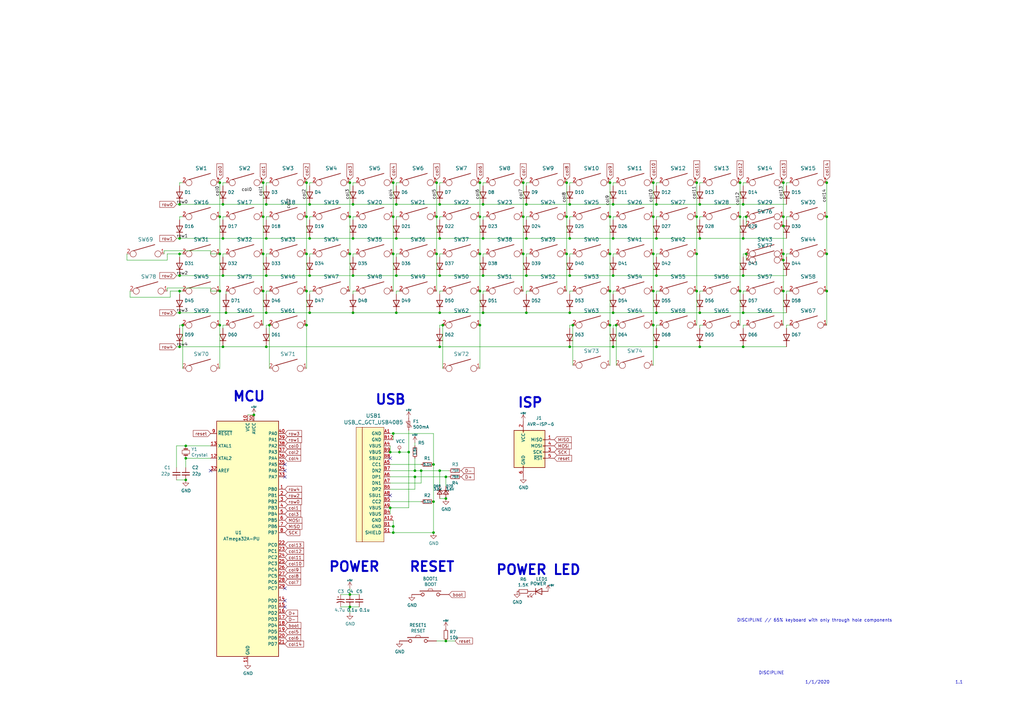
<source format=kicad_sch>
(kicad_sch (version 20231120) (generator "eeschema") (generator_version "8.0")
  (paper "A3")
  (junction (at 109.22 97.79))
  (junction (at 196.85 104.14))
  (junction (at 233.68 142.24))
  (junction (at 321.31 92.71))
  (junction (at 180.34 142.24))
  (junction (at 144.78 83.82))
  (junction (at 304.8 113.03))
  (junction (at 74.93 133.35))
  (junction (at 110.49 133.35))
  (junction (at 107.95 88.9))
  (junction (at 303.53 88.9))
  (junction (at 73.66 97.79))
  (junction (at 180.34 193.04))
  (junction (at 215.9 128.27))
  (junction (at 251.46 97.79))
  (junction (at 181.61 133.35))
  (junction (at 196.85 133.35))
  (junction (at 162.56 97.79))
  (junction (at 161.29 218.44))
  (junction (at 180.34 83.82))
  (junction (at 182.88 262.89))
  (junction (at 161.29 177.8))
  (junction (at 143.51 88.9))
  (junction (at 234.95 133.35))
  (junction (at 339.09 88.9))
  (junction (at 73.66 128.27))
  (junction (at 196.85 74.93))
  (junction (at 107.95 74.93))
  (junction (at 198.12 113.03))
  (junction (at 198.12 83.82))
  (junction (at 321.31 74.93))
  (junction (at 160.02 208.28))
  (junction (at 304.8 142.24))
  (junction (at 91.44 83.82))
  (junction (at 180.34 128.27))
  (junction (at 339.09 119.38))
  (junction (at 144.78 97.79))
  (junction (at 215.9 97.79))
  (junction (at 92.71 128.27))
  (junction (at 269.24 142.24))
  (junction (at 90.17 74.93))
  (junction (at 321.31 88.9))
  (junction (at 214.63 74.93))
  (junction (at 161.29 215.9))
  (junction (at 73.66 113.03))
  (junction (at 179.07 104.14))
  (junction (at 179.07 74.93))
  (junction (at 91.44 142.24))
  (junction (at 73.66 119.38))
  (junction (at 285.75 119.38))
  (junction (at 125.73 119.38))
  (junction (at 252.73 133.35))
  (junction (at 304.8 128.27))
  (junction (at 144.78 128.27))
  (junction (at 251.46 142.24))
  (junction (at 198.12 97.79))
  (junction (at 321.31 104.14))
  (junction (at 109.22 83.82))
  (junction (at 287.02 97.79))
  (junction (at 251.46 113.03))
  (junction (at 251.46 128.27))
  (junction (at 180.34 97.79))
  (junction (at 267.97 88.9))
  (junction (at 143.51 104.14))
  (junction (at 162.56 83.82))
  (junction (at 215.9 83.82))
  (junction (at 90.17 119.38))
  (junction (at 267.97 104.14))
  (junction (at 303.53 119.38))
  (junction (at 321.31 119.38))
  (junction (at 160.02 185.42))
  (junction (at 163.83 185.42))
  (junction (at 196.85 88.9))
  (junction (at 339.09 104.14))
  (junction (at 250.19 133.35))
  (junction (at 76.2 187.96))
  (junction (at 233.68 113.03))
  (junction (at 306.07 88.9))
  (junction (at 287.02 83.82))
  (junction (at 143.51 243.84))
  (junction (at 233.68 128.27))
  (junction (at 90.17 88.9))
  (junction (at 76.2 196.85))
  (junction (at 233.68 83.82))
  (junction (at 269.24 128.27))
  (junction (at 251.46 83.82))
  (junction (at 161.29 88.9))
  (junction (at 179.07 88.9))
  (junction (at 127 83.82))
  (junction (at 91.44 97.79))
  (junction (at 127 97.79))
  (junction (at 143.51 74.93))
  (junction (at 162.56 113.03))
  (junction (at 73.66 104.14))
  (junction (at 76.2 182.88))
  (junction (at 267.97 74.93))
  (junction (at 90.17 104.14))
  (junction (at 161.29 74.93))
  (junction (at 125.73 104.14))
  (junction (at 127 113.03))
  (junction (at 304.8 83.82))
  (junction (at 303.53 74.93))
  (junction (at 91.44 113.03))
  (junction (at 162.56 128.27))
  (junction (at 287.02 142.24))
  (junction (at 214.63 104.14))
  (junction (at 250.19 74.93))
  (junction (at 109.22 142.24))
  (junction (at 269.24 83.82))
  (junction (at 267.97 133.35))
  (junction (at 170.18 195.58))
  (junction (at 177.8 190.5))
  (junction (at 250.19 119.38))
  (junction (at 285.75 88.9))
  (junction (at 250.19 88.9))
  (junction (at 161.29 104.14))
  (junction (at 172.72 193.04))
  (junction (at 214.63 88.9))
  (junction (at 339.09 74.93))
  (junction (at 125.73 133.35))
  (junction (at 287.02 128.27))
  (junction (at 125.73 88.9))
  (junction (at 125.73 74.93))
  (junction (at 267.97 119.38))
  (junction (at 109.22 113.03))
  (junction (at 144.78 113.03))
  (junction (at 170.18 193.04))
  (junction (at 180.34 113.03))
  (junction (at 182.88 195.58))
  (junction (at 304.8 97.79))
  (junction (at 107.95 104.14))
  (junction (at 177.8 218.44))
  (junction (at 109.22 128.27))
  (junction (at 143.51 248.92))
  (junction (at 232.41 74.93))
  (junction (at 198.12 128.27))
  (junction (at 321.31 106.68))
  (junction (at 285.75 74.93))
  (junction (at 73.66 142.24))
  (junction (at 127 128.27))
  (junction (at 90.17 133.35))
  (junction (at 177.8 205.74))
  (junction (at 104.14 170.18))
  (junction (at 233.68 97.79))
  (junction (at 269.24 97.79))
  (junction (at 250.19 104.14))
  (junction (at 73.66 83.82))
  (junction (at 182.88 204.47))
  (junction (at 232.41 88.9))
  (junction (at 269.24 113.03))
  (junction (at 196.85 119.38))
  (junction (at 167.64 185.42))
  (junction (at 232.41 104.14))
  (junction (at 285.75 104.14))
  (junction (at 107.95 119.38))
  (junction (at 306.07 104.14))
  (junction (at 215.9 113.03))
  (no_connect (at 116.84 246.38))
  (no_connect (at 116.84 248.92))
  (no_connect (at 116.84 241.3))
  (no_connect (at 116.84 190.5))
  (no_connect (at 160.02 203.2))
  (no_connect (at 116.84 193.04))
  (no_connect (at 160.02 187.96))
  (no_connect (at 86.36 193.04))
  (no_connect (at 116.84 195.58))
  (wire (pts (xy 304.8 113.03) (xy 322.58 113.03)))
  (wire (pts (xy 214.63 74.93) (xy 214.63 88.9)))
  (wire (pts (xy 252.73 149.86) (xy 252.73 133.35)))
  (wire (pts (xy 162.56 128.27) (xy 180.34 128.27)))
  (wire (pts (xy 179.07 73.66) (xy 179.07 74.93)))
  (wire (pts (xy 251.46 133.35) (xy 251.46 134.62)))
  (wire (pts (xy 143.51 243.84) (xy 147.32 243.84)))
  (wire (pts (xy 269.24 83.82) (xy 287.02 83.82)))
  (wire (pts (xy 198.12 74.93) (xy 198.12 76.2)))
  (wire (pts (xy 110.49 151.13) (xy 110.49 133.35)))
  (wire (pts (xy 90.17 119.38) (xy 90.17 133.35)))
  (wire (pts (xy 86.36 104.14) (xy 90.17 104.14)))
  (wire (pts (xy 196.85 88.9) (xy 196.85 104.14)))
  (wire (pts (xy 86.36 119.38) (xy 90.17 119.38)))
  (wire (pts (xy 233.68 97.79) (xy 251.46 97.79)))
  (wire (pts (xy 161.29 104.14) (xy 161.29 119.38)))
  (wire (pts (xy 143.51 74.93) (xy 143.51 88.9)))
  (wire (pts (xy 285.75 119.38) (xy 285.75 133.35)))
  (wire (pts (xy 163.83 88.9) (xy 162.56 88.9)))
  (wire (pts (xy 267.97 73.66) (xy 267.97 74.93)))
  (wire (pts (xy 199.39 74.93) (xy 198.12 74.93)))
  (wire (pts (xy 180.34 133.35) (xy 180.34 134.62)))
  (wire (pts (xy 233.68 142.24) (xy 251.46 142.24)))
  (wire (pts (xy 162.56 88.9) (xy 162.56 90.17)))
  (wire (pts (xy 107.95 119.38) (xy 107.95 133.35)))
  (wire (pts (xy 92.71 88.9) (xy 91.44 88.9)))
  (wire (pts (xy 287.02 133.35) (xy 287.02 134.62)))
  (wire (pts (xy 167.64 185.42) (xy 167.64 176.53)))
  (wire (pts (xy 322.58 119.38) (xy 322.58 120.65)))
  (wire (pts (xy 179.07 104.14) (xy 179.07 119.38)))
  (wire (pts (xy 144.78 104.14) (xy 144.78 105.41)))
  (wire (pts (xy 304.8 83.82) (xy 322.58 83.82)))
  (wire (pts (xy 73.66 88.9) (xy 73.66 90.17)))
  (wire (pts (xy 232.41 73.66) (xy 232.41 74.93)))
  (wire (pts (xy 109.22 119.38) (xy 109.22 120.65)))
  (wire (pts (xy 321.31 119.38) (xy 321.31 133.35)))
  (wire (pts (xy 86.36 182.88) (xy 76.2 182.88)))
  (wire (pts (xy 91.44 104.14) (xy 91.44 105.41)))
  (wire (pts (xy 160.02 205.74) (xy 172.72 205.74)))
  (wire (pts (xy 170.18 193.04) (xy 172.72 193.04)))
  (wire (pts (xy 91.44 142.24) (xy 109.22 142.24)))
  (wire (pts (xy 339.09 88.9) (xy 339.09 104.14)))
  (wire (pts (xy 167.64 185.42) (xy 167.64 208.28)))
  (wire (pts (xy 181.61 88.9) (xy 180.34 88.9)))
  (wire (pts (xy 144.78 74.93) (xy 144.78 76.2)))
  (wire (pts (xy 287.02 142.24) (xy 304.8 142.24)))
  (wire (pts (xy 198.12 113.03) (xy 215.9 113.03)))
  (wire (pts (xy 110.49 74.93) (xy 109.22 74.93)))
  (wire (pts (xy 73.66 104.14) (xy 73.66 105.41)))
  (wire (pts (xy 72.39 142.24) (xy 73.66 142.24)))
  (wire (pts (xy 269.24 97.79) (xy 287.02 97.79)))
  (wire (pts (xy 321.31 106.68) (xy 321.31 119.38)))
  (wire (pts (xy 251.46 88.9) (xy 251.46 90.17)))
  (wire (pts (xy 170.18 195.58) (xy 170.18 200.66)))
  (wire (pts (xy 199.39 104.14) (xy 198.12 104.14)))
  (wire (pts (xy 146.05 88.9) (xy 144.78 88.9)))
  (wire (pts (xy 179.07 88.9) (xy 179.07 104.14)))
  (wire (pts (xy 198.12 104.14) (xy 198.12 105.41)))
  (wire (pts (xy 267.97 104.14) (xy 267.97 119.38)))
  (wire (pts (xy 144.78 119.38) (xy 144.78 120.65)))
  (wire (pts (xy 252.73 88.9) (xy 251.46 88.9)))
  (wire (pts (xy 110.49 104.14) (xy 109.22 104.14)))
  (wire (pts (xy 91.44 133.35) (xy 91.44 134.62)))
  (wire (pts (xy 214.63 88.9) (xy 214.63 104.14)))
  (wire (pts (xy 322.58 133.35) (xy 322.58 134.62)))
  (wire (pts (xy 143.51 248.92) (xy 143.51 251.46)))
  (wire (pts (xy 181.61 133.35) (xy 180.34 133.35)))
  (wire (pts (xy 322.58 104.14) (xy 322.58 105.41)))
  (wire (pts (xy 74.93 133.35) (xy 73.66 133.35)))
  (wire (pts (xy 196.85 73.66) (xy 196.85 74.93)))
  (wire (pts (xy 287.02 128.27) (xy 304.8 128.27)))
  (wire (pts (xy 146.05 104.14) (xy 144.78 104.14)))
  (wire (pts (xy 180.34 88.9) (xy 180.34 90.17)))
  (wire (pts (xy 73.66 83.82) (xy 91.44 83.82)))
  (wire (pts (xy 160.02 190.5) (xy 172.72 190.5)))
  (wire (pts (xy 217.17 88.9) (xy 215.9 88.9)))
  (wire (pts (xy 232.41 88.9) (xy 232.41 104.14)))
  (wire (pts (xy 251.46 113.03) (xy 269.24 113.03)))
  (wire (pts (xy 321.31 88.9) (xy 321.31 92.71)))
  (wire (pts (xy 109.22 128.27) (xy 127 128.27)))
  (wire (pts (xy 67.31 102.87) (xy 86.36 102.87)))
  (wire (pts (xy 72.39 128.27) (xy 73.66 128.27)))
  (wire (pts (xy 161.29 73.66) (xy 161.29 74.93)))
  (wire (pts (xy 127 104.14) (xy 127 105.41)))
  (wire (pts (xy 170.18 182.88) (xy 170.18 181.61)))
  (wire (pts (xy 285.75 104.14) (xy 285.75 119.38)))
  (wire (pts (xy 250.19 149.86) (xy 250.19 133.35)))
  (wire (pts (xy 128.27 74.93) (xy 127 74.93)))
  (wire (pts (xy 270.51 119.38) (xy 269.24 119.38)))
  (wire (pts (xy 127 83.82) (xy 144.78 83.82)))
  (wire (pts (xy 161.29 218.44) (xy 177.8 218.44)))
  (wire (pts (xy 285.75 73.66) (xy 285.75 74.93)))
  (wire (pts (xy 144.78 88.9) (xy 144.78 90.17)))
  (wire (pts (xy 163.83 119.38) (xy 162.56 119.38)))
  (wire (pts (xy 215.9 97.79) (xy 233.68 97.79)))
  (wire (pts (xy 90.17 88.9) (xy 90.17 104.14)))
  (wire (pts (xy 270.51 88.9) (xy 269.24 88.9)))
  (wire (pts (xy 234.95 88.9) (xy 233.68 88.9)))
  (wire (pts (xy 69.85 119.38) (xy 73.66 119.38)))
  (wire (pts (xy 92.71 74.93) (xy 91.44 74.93)))
  (wire (pts (xy 233.68 119.38) (xy 233.68 120.65)))
  (wire (pts (xy 269.24 113.03) (xy 304.8 113.03)))
  (wire (pts (xy 170.18 200.66) (xy 160.02 200.66)))
  (wire (pts (xy 269.24 142.24) (xy 287.02 142.24)))
  (wire (pts (xy 127 128.27) (xy 144.78 128.27)))
  (wire (pts (xy 234.95 133.35) (xy 233.68 133.35)))
  (wire (pts (xy 144.78 113.03) (xy 162.56 113.03)))
  (wire (pts (xy 76.2 187.96) (xy 76.2 191.77)))
  (wire (pts (xy 304.8 142.24) (xy 322.58 142.24)))
  (wire (pts (xy 215.9 88.9) (xy 215.9 90.17)))
  (wire (pts (xy 233.68 128.27) (xy 251.46 128.27)))
  (wire (pts (xy 306.07 74.93) (xy 304.8 74.93)))
  (wire (pts (xy 180.34 193.04) (xy 180.34 199.39)))
  (wire (pts (xy 162.56 74.93) (xy 162.56 76.2)))
  (wire (pts (xy 233.68 113.03) (xy 251.46 113.03)))
  (wire (pts (xy 91.44 113.03) (xy 109.22 113.03)))
  (wire (pts (xy 198.12 128.27) (xy 215.9 128.27)))
  (wire (pts (xy 287.02 119.38) (xy 287.02 120.65)))
  (wire (pts (xy 91.44 74.93) (xy 91.44 76.2)))
  (wire (pts (xy 250.19 104.14) (xy 250.19 119.38)))
  (wire (pts (xy 172.72 198.12) (xy 160.02 198.12)))
  (wire (pts (xy 69.85 121.92) (xy 69.85 119.38)))
  (wire (pts (xy 74.93 119.38) (xy 73.66 119.38)))
  (wire (pts (xy 162.56 119.38) (xy 162.56 120.65)))
  (wire (pts (xy 125.73 74.93) (xy 125.73 88.9)))
  (wire (pts (xy 127 119.38) (xy 127 120.65)))
  (wire (pts (xy 182.88 195.58) (xy 184.15 195.58)))
  (wire (pts (xy 181.61 119.38) (xy 180.34 119.38)))
  (wire (pts (xy 144.78 83.82) (xy 162.56 83.82)))
  (wire (pts (xy 287.02 88.9) (xy 287.02 90.17)))
  (wire (pts (xy 250.19 88.9) (xy 250.19 104.14)))
  (wire (pts (xy 304.8 104.14) (xy 304.8 105.41)))
  (wire (pts (xy 73.66 142.24) (xy 91.44 142.24)))
  (wire (pts (xy 269.24 128.27) (xy 287.02 128.27)))
  (wire (pts (xy 177.8 205.74) (xy 177.8 218.44)))
  (wire (pts (xy 180.34 119.38) (xy 180.34 120.65)))
  (wire (pts (xy 161.29 215.9) (xy 160.02 215.9)))
  (wire (pts (xy 127 88.9) (xy 127 90.17)))
  (wire (pts (xy 146.05 74.93) (xy 144.78 74.93)))
  (wire (pts (xy 110.49 119.38) (xy 109.22 119.38)))
  (wire (pts (xy 67.31 104.14) (xy 67.31 102.87)))
  (wire (pts (xy 186.69 262.89) (xy 182.88 262.89)))
  (wire (pts (xy 196.85 151.13) (xy 196.85 133.35)))
  (wire (pts (xy 303.53 88.9) (xy 303.53 119.38)))
  (wire (pts (xy 323.85 74.93) (xy 322.58 74.93)))
  (wire (pts (xy 160.02 195.58) (xy 170.18 195.58)))
  (wire (pts (xy 73.66 97.79) (xy 91.44 97.79)))
  (wire (pts (xy 198.12 119.38) (xy 198.12 120.65)))
  (wire (pts (xy 170.18 193.04) (xy 170.18 187.96)))
  (wire (pts (xy 143.51 104.14) (xy 143.51 119.38)))
  (wire (pts (xy 234.95 149.86) (xy 234.95 133.35)))
  (wire (pts (xy 232.41 104.14) (xy 232.41 119.38)))
  (wire (pts (xy 267.97 119.38) (xy 267.97 133.35)))
  (wire (pts (xy 287.02 83.82) (xy 304.8 83.82)))
  (wire (pts (xy 323.85 133.35) (xy 322.58 133.35)))
  (wire (pts (xy 285.75 74.93) (xy 285.75 88.9)))
  (wire (pts (xy 180.34 128.27) (xy 198.12 128.27)))
  (wire (pts (xy 251.46 83.82) (xy 269.24 83.82)))
  (wire (pts (xy 250.19 74.93) (xy 250.19 88.9)))
  (wire (pts (xy 215.9 128.27) (xy 233.68 128.27)))
  (wire (pts (xy 125.73 73.66) (xy 125.73 74.93)))
  (wire (pts (xy 74.93 104.14) (xy 73.66 104.14)))
  (wire (pts (xy 109.22 113.03) (xy 127 113.03)))
  (wire (pts (xy 160.02 182.88) (xy 160.02 185.42)))
  (wire (pts (xy 233.68 74.93) (xy 233.68 76.2)))
  (wire (pts (xy 339.09 119.38) (xy 339.09 133.35)))
  (wire (pts (xy 322.58 74.93) (xy 322.58 76.2)))
  (wire (pts (xy 214.63 104.14) (xy 214.63 119.38)))
  (wire (pts (xy 181.61 74.93) (xy 180.34 74.93)))
  (wire (pts (xy 172.72 193.04) (xy 180.34 193.04)))
  (wire (pts (xy 125.73 88.9) (xy 125.73 104.14)))
  (wire (pts (xy 107.95 104.14) (xy 107.95 119.38)))
  (wire (pts (xy 233.68 83.82) (xy 251.46 83.82)))
  (wire (pts (xy 72.39 182.88) (xy 72.39 191.77)))
  (wire (pts (xy 144.78 128.27) (xy 162.56 128.27)))
  (wire (pts (xy 214.63 73.66) (xy 214.63 74.93)))
  (wire (pts (xy 172.72 193.04) (xy 172.72 198.12)))
  (wire (pts (xy 86.36 102.87) (xy 86.36 104.14)))
  (wire (pts (xy 144.78 97.79) (xy 162.56 97.79)))
  (wire (pts (xy 196.85 104.14) (xy 196.85 119.38)))
  (wire (pts (xy 217.17 119.38) (xy 215.9 119.38)))
  (wire (pts (xy 252.73 133.35) (xy 251.46 133.35)))
  (wire (pts (xy 180.34 113.03) (xy 198.12 113.03)))
  (wire (pts (xy 199.39 119.38) (xy 198.12 119.38)))
  (wire (pts (xy 72.39 97.79) (xy 73.66 97.79)))
  (wire (pts (xy 306.07 106.68) (xy 306.07 104.14)))
  (wire (pts (xy 304.8 128.27) (xy 322.58 128.27)))
  (wire (pts (xy 323.85 119.38) (xy 322.58 119.38)))
  (wire (pts (xy 304.8 74.93) (xy 304.8 76.2)))
  (wire (pts (xy 90.17 151.13) (xy 90.17 133.35)))
  (wire (pts (xy 177.8 177.8) (xy 177.8 190.5)))
  (wire (pts (xy 86.36 187.96) (xy 76.2 187.96)))
  (wire (pts (xy 251.46 142.24) (xy 269.24 142.24)))
  (wire (pts (xy 215.9 104.14) (xy 215.9 105.41)))
  (wire (pts (xy 74.93 88.9) (xy 73.66 88.9)))
  (wire (pts (xy 215.9 74.93) (xy 215.9 76.2)))
  (wire (pts (xy 53.34 121.92) (xy 69.85 121.92)))
  (wire (pts (xy 161.29 88.9) (xy 161.29 104.14)))
  (wire (pts (xy 285.75 88.9) (xy 285.75 104.14)))
  (wire (pts (xy 321.31 73.66) (xy 321.31 74.93)))
  (wire (pts (xy 267.97 149.86) (xy 267.97 133.35)))
  (wire (pts (xy 92.71 128.27) (xy 109.22 128.27)))
  (wire (pts (xy 269.24 133.35) (xy 269.24 134.62)))
  (wire (pts (xy 323.85 88.9) (xy 322.58 88.9)))
  (wire (pts (xy 53.34 119.38) (xy 53.34 121.92)))
  (wire (pts (xy 161.29 213.36) (xy 161.29 215.9)))
  (wire (pts (xy 180.34 97.79) (xy 198.12 97.79)))
  (wire (pts (xy 234.95 119.38) (xy 233.68 119.38)))
  (wire (pts (xy 143.51 248.92) (xy 147.32 248.92)))
  (wire (pts (xy 91.44 83.82) (xy 109.22 83.82)))
  (wire (pts (xy 163.83 104.14) (xy 162.56 104.14)))
  (wire (pts (xy 92.71 133.35) (xy 91.44 133.35)))
  (wire (pts (xy 181.61 151.13) (xy 181.61 133.35)))
  (wire (pts (xy 217.17 104.14) (xy 215.9 104.14)))
  (wire (pts (xy 215.9 83.82) (xy 233.68 83.82)))
  (wire (pts (xy 125.73 104.14) (xy 125.73 119.38)))
  (wire (pts (xy 339.09 73.66) (xy 339.09 74.93)))
  (wire (pts (xy 306.07 88.9) (xy 304.8 88.9)))
  (wire (pts (xy 139.7 243.84) (xy 143.51 243.84)))
  (wire (pts (xy 68.58 106.68) (xy 52.07 106.68)))
  (wire (pts (xy 321.31 104.14) (xy 321.31 106.68)))
  (wire (pts (xy 73.66 128.27) (xy 92.71 128.27)))
  (wire (pts (xy 306.07 119.38) (xy 304.8 119.38)))
  (wire (pts (xy 160.02 193.04) (xy 170.18 193.04)))
  (wire (pts (xy 73.66 133.35) (xy 73.66 134.62)))
  (wire (pts (xy 143.51 88.9) (xy 143.51 104.14)))
  (wire (pts (xy 160.02 218.44) (xy 161.29 218.44)))
  (wire (pts (xy 270.51 133.35) (xy 269.24 133.35)))
  (wire (pts (xy 180.34 204.47) (xy 182.88 204.47)))
  (wire (pts (xy 287.02 97.79) (xy 304.8 97.79)))
  (wire (pts (xy 306.07 104.14) (xy 304.8 104.14)))
  (wire (pts (xy 73.66 104.14) (xy 68.58 104.14)))
  (wire (pts (xy 252.73 74.93) (xy 251.46 74.93)))
  (wire (pts (xy 160.02 185.42) (xy 163.83 185.42)))
  (wire (pts (xy 92.71 119.38) (xy 92.71 120.65)))
  (wire (pts (xy 180.34 104.14) (xy 180.34 105.41)))
  (wire (pts (xy 161.29 177.8) (xy 161.29 180.34)))
  (wire (pts (xy 109.22 83.82) (xy 127 83.82)))
  (wire (pts (xy 196.85 119.38) (xy 196.85 133.35)))
  (wire (pts (xy 90.17 74.93) (xy 90.17 88.9)))
  (wire (pts (xy 270.51 74.93) (xy 269.24 74.93)))
  (wire (pts (xy 196.85 74.93) (xy 196.85 88.9)))
  (wire (pts (xy 110.49 88.9) (xy 109.22 88.9)))
  (wire (pts (xy 233.68 104.14) (xy 233.68 105.41)))
  (wire (pts (xy 163.83 74.93) (xy 162.56 74.93)))
  (wire (pts (xy 250.19 73.66) (xy 250.19 74.93)))
  (wire (pts (xy 86.36 118.11) (xy 86.36 119.38)))
  (wire (pts (xy 74.93 151.13) (xy 74.93 133.35)))
  (wire (pts (xy 139.7 248.92) (xy 143.51 248.92)))
  (wire (pts (xy 76.2 182.88) (xy 72.39 182.88)))
  (wire (pts (xy 125.73 119.38) (xy 125.73 133.35)))
  (wire (pts (xy 251.46 104.14) (xy 251.46 105.41)))
  (wire (pts (xy 232.41 74.93) (xy 232.41 88.9)))
  (wire (pts (xy 304.8 88.9) (xy 304.8 90.17)))
  (wire (pts (xy 304.8 133.35) (xy 304.8 134.62)))
  (wire (pts (xy 306.07 92.71) (xy 306.07 88.9)))
  (wire (pts (xy 73.66 119.38) (xy 73.66 120.65)))
  (wire (pts (xy 127 97.79) (xy 144.78 97.79)))
  (wire (pts (xy 68.58 119.38) (xy 68.58 118.11)))
  (wire (pts (xy 68.58 118.11) (xy 86.36 118.11)))
  (wire (pts (xy 303.53 119.38) (xy 303.53 133.35)))
  (wire (pts (xy 109.22 97.79) (xy 127 97.79)))
  (wire (pts (xy 91.44 88.9) (xy 91.44 90.17)))
  (wire (pts (xy 161.29 177.8) (xy 177.8 177.8)))
  (wire (pts (xy 180.34 83.82) (xy 198.12 83.82)))
  (wire (pts (xy 90.17 104.14) (xy 90.17 119.38)))
  (wire (pts (xy 321.31 92.71) (xy 321.31 104.14)))
  (wire (pts (xy 74.93 74.93) (xy 73.66 74.93)))
  (wire (pts (xy 269.24 88.9) (xy 269.24 90.17)))
  (wire (pts (xy 107.95 74.93) (xy 107.95 88.9)))
  (wire (pts (xy 215.9 119.38) (xy 215.9 120.65)))
  (wire (pts (xy 180.34 193.04) (xy 184.15 193.04)))
  (wire (pts (xy 198.12 97.79) (xy 215.9 97.79)))
  (wire (pts (xy 251.46 74.93) (xy 251.46 76.2)))
  (wire (pts (xy 339.09 74.93) (xy 339.09 88.9)))
  (wire (pts (xy 109.22 133.35) (xy 109.22 134.62)))
  (wire (pts (xy 233.68 133.35) (xy 233.68 134.62)))
  (wire (pts (xy 73.66 74.93) (xy 73.66 76.2)))
  (wire (pts (xy 288.29 119.38) (xy 287.02 119.38)))
  (wire (pts (xy 72.39 113.03) (xy 73.66 113.03)))
  (wire (pts (xy 127 113.03) (xy 144.78 113.03)))
  (wire (pts (xy 233.68 88.9) (xy 233.68 90.17)))
  (wire (pts (xy 251.46 119.38) (xy 251.46 120.65)))
  (wire (pts (xy 288.29 133.35) (xy 287.02 133.35)))
  (wire (pts (xy 109.22 104.14) (xy 109.22 105.41)))
  (wire (pts (xy 267.97 88.9) (xy 267.97 104.14)))
  (wire (pts (xy 287.02 74.93) (xy 287.02 76.2)))
  (wire (pts (xy 198.12 83.82) (xy 215.9 83.82)))
  (wire (pts (xy 143.51 243.84) (xy 143.51 241.3)))
  (wire (pts (xy 269.24 119.38) (xy 269.24 120.65)))
  (wire (pts (xy 109.22 88.9) (xy 109.22 90.17)))
  (wire (pts (xy 128.27 104.14) (xy 127 104.14)))
  (wire (pts (xy 160.02 210.82) (xy 160.02 208.28)))
  (wire (pts (xy 109.22 74.93) (xy 109.22 76.2)))
  (wire (pts (xy 322.58 88.9) (xy 322.58 90.17)))
  (wire (pts (xy 182.88 262.89) (xy 179.07 262.89)))
  (wire (pts (xy 92.71 104.14) (xy 91.44 104.14)))
  (wire (pts (xy 52.07 106.68) (xy 52.07 104.14)))
  (wire (pts (xy 179.07 74.93) (xy 179.07 88.9)))
  (wire (pts (xy 252.73 104.14) (xy 251.46 104.14)))
  (wire (pts (xy 303.53 73.66) (xy 303.53 74.93)))
  (wire (pts (xy 101.6 170.18) (xy 104.14 170.18)))
  (wire (pts (xy 252.73 119.38) (xy 251.46 119.38)))
  (wire (pts (xy 160.02 177.8) (xy 161.29 177.8)))
  (wire (pts (xy 304.8 97.79) (xy 322.58 97.79)))
  (wire (pts (xy 323.85 104.14) (xy 322.58 104.14)))
  (wire (pts (xy 269.24 74.93) (xy 269.24 76.2)))
  (wire (pts (xy 162.56 97.79) (xy 180.34 97.79)))
  (wire (pts (xy 339.09 104.14) (xy 339.09 119.38)))
  (wire (pts (xy 288.29 74.93) (xy 287.02 74.93)))
  (wire (pts (xy 251.46 97.79) (xy 269.24 97.79)))
  (wire (pts (xy 167.64 208.28) (xy 160.02 208.28)))
  (wire (pts (xy 73.66 113.03) (xy 91.44 113.03)))
  (wire (pts (xy 128.27 119.38) (xy 127 119.38)))
  (wire (pts (xy 303.53 74.93) (xy 303.53 88.9)))
  (wire (pts (xy 110.49 133.35) (xy 109.22 133.35)))
  (wire (pts (xy 128.27 88.9) (xy 127 88.9)))
  (wire (pts (xy 162.56 113.03) (xy 180.34 113.03)))
  (wire (pts (xy 68.58 104.14) (xy 68.58 106.68)))
  (wire (pts (xy 267.97 74.93) (xy 267.97 88.9)))
  (wire (pts (xy 306.07 133.35) (xy 304.8 133.35)))
  (wire (pts (xy 180.34 74.93) (xy 180.34 76.2)))
  (wire (pts (xy 163.83 185.42) (xy 167.64 185.42)))
  (wire (pts (xy 234.95 104.14) (xy 233.68 104.14)))
  (wire (pts (xy 161.29 215.9) (xy 161.29 218.44)))
  (wire (pts (xy 198.12 88.9) (xy 198.12 90.17)))
  (wire (pts (xy 199.39 88.9) (xy 198.12 88.9)))
  (wire (pts (xy 321.31 74.93) (xy 321.31 88.9)))
  (wire (pts (xy 181.61 104.14) (xy 180.34 104.14)))
  (wire (pts (xy 170.18 195.58) (xy 182.88 195.58)))
  (wire (pts (xy 180.34 142.24) (xy 233.68 142.24)))
  (wire (pts (xy 107.95 88.9) (xy 107.95 104.14)))
  (wire (pts (xy 234.95 74.93) (xy 233.68 74.93)))
  (wire (pts (xy 91.44 97.79) (xy 109.22 97.79)))
  (wire (pts (xy 270.51 104.14) (xy 269.24 104.14)))
  (wire (pts (xy 304.8 119.38) (xy 304.8 120.65)))
  (wire (pts (xy 177.8 190.5) (xy 177.8 205.74)))
  (wire (pts (xy 161.29 74.93) (xy 161.29 88.9)))
  (wire (pts (xy 72.39 83.82) (xy 73.66 83.82)))
  (wire (pts (xy 215.9 113.03) (xy 233.68 113.03)))
  (wire (pts (xy 288.29 88.9) (xy 287.02 88.9)))
  (wire (pts (xy 72.39 196.85) (xy 76.2 196.85)))
  (wire (pts (xy 162.56 104.14) (xy 162.56 105.41)))
  (wire (pts (xy 146.05 119.38) (xy 144.78 119.38)))
  (wire (pts (xy 143.51 73.66) (xy 143.51 74.93)))
  (wire (pts (xy 251.46 128.27) (xy 269.24 128.27)))
  (wire (pts (xy 217.17 74.93) (xy 215.9 74.93)))
  (wire (pts (xy 250.19 119.38) (xy 250.19 133.35)))
  (wire (pts (xy 182.88 195.58) (xy 182.88 199.39)))
  (wire (pts (xy 269.24 104.14) (xy 269.24 105.41)))
  (wire (pts (xy 127 74.93) (xy 127 76.2)))
  (wire (pts (xy 109.22 142.24) (xy 180.34 142.24)))
  (wire (pts (xy 107.95 73.66) (xy 107.95 74.93)))
  (wire (pts (xy 162.56 83.82) (xy 180.34 83.82)))
  (wire (pts (xy 125.73 151.13) (xy 125.73 133.35)))
  (wire (pts (xy 90.17 73.66) (xy 90.17 74.93)))
  (text "USB" (at 153.67 166.37 0) (effects (font (size 3.9878 3.9878) (thickness 0.7976) (bold yes)) (justify left bottom)))
  (text "1.1" (at 394.97 280.67 0) (effects (font (size 1.27 1.27)) (justify right bottom)))
  (text "DISCIPLINE" (at 311.15 276.86 0) (effects (font (size 1.27 1.27)) (justify left bottom)))
  (text "1/1/2020" (at 330.2 280.67 0) (effects (font (size 1.27 1.27)) (justify left bottom)))
  (text "MCU" (at 95.25 165.1 0) (effects (font (size 3.9878 3.9878) (thickness 0.7976) (bold yes)) (justify left bottom)))
  (text "RESET" (at 167.64 234.95 0) (effects (font (size 3.9878 3.9878) (thickness 0.7976) (bold yes)) (justify left bottom)))
  (text "POWER" (at 134.62 234.95 0) (effects (font (size 3.9878 3.9878) (thickness 0.7976) (bold yes)) (justify left bottom)))
  (text "DISCIPLINE // 65% keyboard with only through hole components" (at 302.26 255.27 0) (effects (font (size 1.27 1.27)) (justify left bottom)))
  (text "ISP" (at 212.09 167.64 0) (effects (font (size 3.9878 3.9878) (thickness 0.7976) (bold yes)) (justify left bottom)))
  (text "POWER LED" (at 203.2 236.22 0) (effects (font (size 3.9878 3.9878) (thickness 0.7976) (bold yes)) (justify left bottom)))
  (label "col10" (at 267.97 77.47 270))
  (label "col0" (at 99.06 78.74 0))
  (label "col8" (at 232.41 78.74 270))
  (label "col9" (at 250.19 80.01 270))
  (label "col4" (at 161.29 77.47 270))
  (label "col2" (at 125.73 77.47 270))
  (label "row4" (at 72.39 142.24 0))
  (label "row2" (at 72.39 113.03 0))
  (label "col2" (at 119.38 81.28 270))
  (label "col1" (at 107.95 76.2 270))
  (label "col11" (at 285.75 76.2 270))
  (label "row0" (at 72.39 83.82 0))
  (label "col3" (at 143.51 77.47 270))
  (label "row3" (at 72.39 128.27 0))
  (label "col6" (at 196.85 77.47 270))
  (label "col0" (at 90.17 76.2 270))
  (label "col5" (at 179.07 77.47 270))
  (label "col14" (at 339.09 77.47 270))
  (label "col7" (at 214.63 77.47 270))
  (label "col12" (at 303.53 78.74 270))
  (label "col13" (at 321.31 76.2 270))
  (label "row1" (at 72.39 97.79 0))
  (global_label "col3" (shape input) (at 143.51 73.66 90) (property "Intersheetrefs" "${INTERSHEET_REFS}" (effects (hide yes))))
  (global_label "reset" (shape input) (at 86.36 177.8 180) (property "Intersheetrefs" "${INTERSHEET_REFS}" (effects (hide yes))))
  (global_label "col9" (shape input) (at 116.84 233.68 0) (property "Intersheetrefs" "${INTERSHEET_REFS}" (effects (hide yes))))
  (global_label "SCK" (shape input) (at 227.33 185.42 0) (property "Intersheetrefs" "${INTERSHEET_REFS}" (effects (hide yes))))
  (global_label "col2" (shape input) (at 125.73 73.66 90) (property "Intersheetrefs" "${INTERSHEET_REFS}" (effects (hide yes))))
  (global_label "row1" (shape input) (at 72.39 97.79 180) (property "Intersheetrefs" "${INTERSHEET_REFS}" (effects (hide yes))))
  (global_label "row2" (shape input) (at 72.39 113.03 180) (property "Intersheetrefs" "${INTERSHEET_REFS}" (effects (hide yes))))
  (global_label "col4" (shape input) (at 116.84 187.96 0) (property "Intersheetrefs" "${INTERSHEET_REFS}" (effects (hide yes))))
  (global_label "row2" (shape input) (at 116.84 203.2 0) (property "Intersheetrefs" "${INTERSHEET_REFS}" (effects (hide yes))))
  (global_label "col12" (shape input) (at 116.84 226.06 0) (property "Intersheetrefs" "${INTERSHEET_REFS}" (effects (hide yes))))
  (global_label "col10" (shape input) (at 267.97 73.66 90) (property "Intersheetrefs" "${INTERSHEET_REFS}" (effects (hide yes))))
  (global_label "boot" (shape input) (at 116.84 256.54 0) (property "Intersheetrefs" "${INTERSHEET_REFS}" (effects (hide yes))))
  (global_label "reset" (shape input) (at 227.33 187.96 0) (property "Intersheetrefs" "${INTERSHEET_REFS}" (effects (hide yes))))
  (global_label "MISO" (shape input) (at 227.33 180.34 0) (property "Intersheetrefs" "${INTERSHEET_REFS}" (effects (hide yes))))
  (global_label "reset" (shape input) (at 186.69 262.89 0) (property "Intersheetrefs" "${INTERSHEET_REFS}" (effects (hide yes))))
  (global_label "col13" (shape input) (at 321.31 73.66 90) (property "Intersheetrefs" "${INTERSHEET_REFS}" (effects (hide yes))))
  (global_label "MOSI" (shape input) (at 227.33 182.88 0) (property "Intersheetrefs" "${INTERSHEET_REFS}" (effects (hide yes))))
  (global_label "col13" (shape input) (at 116.84 223.52 0) (property "Intersheetrefs" "${INTERSHEET_REFS}" (effects (hide yes))))
  (global_label "col12" (shape input) (at 303.53 73.66 90) (property "Intersheetrefs" "${INTERSHEET_REFS}" (effects (hide yes))))
  (global_label "row0" (shape input) (at 72.39 83.82 180) (property "Intersheetrefs" "${INTERSHEET_REFS}" (effects (hide yes))))
  (global_label "col6" (shape input) (at 196.85 73.66 90) (property "Intersheetrefs" "${INTERSHEET_REFS}" (effects (hide yes))))
  (global_label "col7" (shape input) (at 214.63 73.66 90) (property "Intersheetrefs" "${INTERSHEET_REFS}" (effects (hide yes))))
  (global_label "col7" (shape input) (at 116.84 238.76 0) (property "Intersheetrefs" "${INTERSHEET_REFS}" (effects (hide yes))))
  (global_label "col8" (shape input) (at 232.41 73.66 90) (property "Intersheetrefs" "${INTERSHEET_REFS}" (effects (hide yes))))
  (global_label "col6" (shape input) (at 116.84 261.62 0) (property "Intersheetrefs" "${INTERSHEET_REFS}" (effects (hide yes))))
  (global_label "row4" (shape input) (at 72.39 142.24 180) (property "Intersheetrefs" "${INTERSHEET_REFS}" (effects (hide yes))))
  (global_label "col4" (shape input) (at 161.29 73.66 90) (property "Intersheetrefs" "${INTERSHEET_REFS}" (effects (hide yes))))
  (global_label "row3" (shape input) (at 72.39 128.27 180) (property "Intersheetrefs" "${INTERSHEET_REFS}" (effects (hide yes))))
  (global_label "row0" (shape input) (at 116.84 205.74 0) (property "Intersheetrefs" "${INTERSHEET_REFS}" (effects (hide yes))))
  (global_label "col0" (shape input) (at 90.17 73.66 90) (property "Intersheetrefs" "${INTERSHEET_REFS}" (effects (hide yes))))
  (global_label "col14" (shape input) (at 116.84 264.16 0) (property "Intersheetrefs" "${INTERSHEET_REFS}" (effects (hide yes))))
  (global_label "col9" (shape input) (at 250.19 73.66 90) (property "Intersheetrefs" "${INTERSHEET_REFS}" (effects (hide yes))))
  (global_label "SCK" (shape input) (at 116.84 218.44 0) (property "Intersheetrefs" "${INTERSHEET_REFS}" (effects (hide yes))))
  (global_label "row1" (shape input) (at 116.84 180.34 0) (property "Intersheetrefs" "${INTERSHEET_REFS}" (effects (hide yes))))
  (global_label "col1" (shape input) (at 107.95 73.66 90) (property "Intersheetrefs" "${INTERSHEET_REFS}" (effects (hide yes))))
  (global_label "row4" (shape input) (at 116.84 200.66 0) (property "Intersheetrefs" "${INTERSHEET_REFS}" (effects (hide yes))))
  (global_label "D+" (shape input) (at 116.84 251.46 0) (property "Intersheetrefs" "${INTERSHEET_REFS}" (effects (hide yes))))
  (global_label "col10" (shape input) (at 116.84 231.14 0) (property "Intersheetrefs" "${INTERSHEET_REFS}" (effects (hide yes))))
  (global_label "col11" (shape input) (at 116.84 228.6 0) (property "Intersheetrefs" "${INTERSHEET_REFS}" (effects (hide yes))))
  (global_label "col5" (shape input) (at 179.07 73.66 90) (property "Intersheetrefs" "${INTERSHEET_REFS}" (effects (hide yes))))
  (global_label "MISO" (shape input) (at 116.84 215.9 0) (property "Intersheetrefs" "${INTERSHEET_REFS}" (effects (hide yes))))
  (global_label "col11" (shape input) (at 285.75 73.66 90) (property "Intersheetrefs" "${INTERSHEET_REFS}" (effects (hide yes))))
  (global_label "col5" (shape input) (at 116.84 259.08 0) (property "Intersheetrefs" "${INTERSHEET_REFS}" (effects (hide yes))))
  (global_label "D+" (shape input) (at 189.23 195.58 0) (property "Intersheetrefs" "${INTERSHEET_REFS}" (effects (hide yes))))
  (global_label "row3" (shape input) (at 116.84 177.8 0) (property "Intersheetrefs" "${INTERSHEET_REFS}" (effects (hide yes))))
  (global_label "col0" (shape input) (at 116.84 182.88 0) (property "Intersheetrefs" "${INTERSHEET_REFS}" (effects (hide yes))))
  (global_label "D-" (shape input) (at 116.84 254 0) (property "Intersheetrefs" "${INTERSHEET_REFS}" (effects (hide yes))))
  (global_label "MOSI" (shape input) (at 116.84 213.36 0) (property "Intersheetrefs" "${INTERSHEET_REFS}" (effects (hide yes))))
  (global_label "col1" (shape input) (at 116.84 208.28 0) (property "Intersheetrefs" "${INTERSHEET_REFS}" (effects (hide yes))))
  (global_label "col2" (shape input) (at 116.84 185.42 0) (property "Intersheetrefs" "${INTERSHEET_REFS}" (effects (hide yes))))
  (global_label "col3" (shape input) (at 116.84 210.82 0) (property "Intersheetrefs" "${INTERSHEET_REFS}" (effects (hide yes))))
  (global_label "boot" (shape input) (at 184.15 243.84 0) (property "Intersheetrefs" "${INTERSHEET_REFS}" (effects (hide yes))))
  (global_label "col14" (shape input) (at 339.09 73.66 90) (property "Intersheetrefs" "${INTERSHEET_REFS}" (effects (hide yes))))
  (global_label "col8" (shape input) (at 116.84 236.22 0) (property "Intersheetrefs" "${INTERSHEET_REFS}" (effects (hide yes))))
  (global_label "D-" (shape input) (at 189.23 193.04 0) (property "Intersheetrefs" "${INTERSHEET_REFS}" (effects (hide yes))))
  (symbol (lib_id "discipline-pcb-rescue:KEYSW-keyboard_parts") (at 82.55 74.93 0) (unit 1)
    (property "Reference" "SW1" (at 82.55 69.0118 0) (effects (font (size 1.524 1.524))))
    (property "Value" "KEYSW" (effects (hide yes)))
  )
  (symbol (lib_id "Device:D") (at 73.66 80.01 90) (unit 1)
    (property "Reference" "D1" (at 75.6666 78.8416 90) (effects (justify right)))
    (property "Value" " " (at 75.6666 81.153 90) (effects (justify right)))
    (property "Description" "Diode" (effects (hide yes)))
    (property "Sim.Device" "D" (effects (hide yes)))
    (property "Sim.Pins" "1=K 2=A" (effects (hide yes)))
  )
  (symbol (lib_id "discipline-pcb-rescue:KEYSW-keyboard_parts") (at 100.33 74.93 0) (unit 1)
    (property "Reference" "SW2" (at 100.33 69.0118 0) (effects (font (size 1.524 1.524))))
    (property "Value" "KEYSW" (effects (hide yes)))
  )
  (symbol (lib_id "Device:D") (at 91.44 80.01 90) (unit 1)
    (property "Reference" "D2" (at 93.4466 78.8416 90) (effects (justify right)))
    (property "Value" " " (at 93.4466 81.153 90) (effects (justify right)))
    (property "Description" "Diode" (effects (hide yes)))
    (property "Sim.Device" "D" (effects (hide yes)))
    (property "Sim.Pins" "1=K 2=A" (effects (hide yes)))
  )
  (symbol (lib_id "discipline-pcb-rescue:KEYSW-keyboard_parts") (at 118.11 74.93 0) (unit 1)
    (property "Reference" "SW3" (at 118.11 69.0118 0) (effects (font (size 1.524 1.524))))
    (property "Value" "KEYSW" (effects (hide yes)))
  )
  (symbol (lib_id "Device:D") (at 109.22 80.01 90) (unit 1)
    (property "Reference" "D3" (at 111.2266 78.8416 90) (effects (justify right)))
    (property "Value" " " (at 111.2266 81.153 90) (effects (justify right)))
    (property "Description" "Diode" (effects (hide yes)))
    (property "Sim.Device" "D" (effects (hide yes)))
    (property "Sim.Pins" "1=K 2=A" (effects (hide yes)))
  )
  (symbol (lib_id "discipline-pcb-rescue:KEYSW-keyboard_parts") (at 135.89 74.93 0) (unit 1)
    (property "Reference" "SW4" (at 135.89 69.0118 0) (effects (font (size 1.524 1.524))))
    (property "Value" "KEYSW" (effects (hide yes)))
  )
  (symbol (lib_id "Device:D") (at 127 80.01 90) (unit 1)
    (property "Reference" "D4" (at 129.0066 78.8416 90) (effects (justify right)))
    (property "Value" " " (at 129.0066 81.153 90) (effects (justify right)))
    (property "Description" "Diode" (effects (hide yes)))
    (property "Sim.Device" "D" (effects (hide yes)))
    (property "Sim.Pins" "1=K 2=A" (effects (hide yes)))
  )
  (symbol (lib_id "discipline-pcb-rescue:KEYSW-keyboard_parts") (at 153.67 74.93 0) (unit 1)
    (property "Reference" "SW5" (at 153.67 69.0118 0) (effects (font (size 1.524 1.524))))
    (property "Value" "KEYSW" (effects (hide yes)))
  )
  (symbol (lib_id "Device:D") (at 144.78 80.01 90) (unit 1)
    (property "Reference" "D5" (at 146.7866 78.8416 90) (effects (justify right)))
    (property "Value" " " (at 146.7866 81.153 90) (effects (justify right)))
    (property "Description" "Diode" (effects (hide yes)))
    (property "Sim.Device" "D" (effects (hide yes)))
    (property "Sim.Pins" "1=K 2=A" (effects (hide yes)))
  )
  (symbol (lib_id "discipline-pcb-rescue:KEYSW-keyboard_parts") (at 171.45 74.93 0) (unit 1)
    (property "Reference" "SW6" (at 171.45 69.0118 0) (effects (font (size 1.524 1.524))))
    (property "Value" "KEYSW" (effects (hide yes)))
  )
  (symbol (lib_id "Device:D") (at 162.56 80.01 90) (unit 1)
    (property "Reference" "D6" (at 164.5666 78.8416 90) (effects (justify right)))
    (property "Value" " " (at 164.5666 81.153 90) (effects (justify right)))
    (property "Description" "Diode" (effects (hide yes)))
    (property "Sim.Device" "D" (effects (hide yes)))
    (property "Sim.Pins" "1=K 2=A" (effects (hide yes)))
  )
  (symbol (lib_id "discipline-pcb-rescue:KEYSW-keyboard_parts") (at 189.23 74.93 0) (unit 1)
    (property "Reference" "SW7" (at 189.23 69.0118 0) (effects (font (size 1.524 1.524))))
    (property "Value" "KEYSW" (effects (hide yes)))
  )
  (symbol (lib_id "Device:D") (at 180.34 80.01 90) (unit 1)
    (property "Reference" "D7" (at 182.3466 78.8416 90) (effects (justify right)))
    (property "Value" " " (at 182.3466 81.153 90) (effects (justify right)))
    (property "Description" "Diode" (effects (hide yes)))
    (property "Sim.Device" "D" (effects (hide yes)))
    (property "Sim.Pins" "1=K 2=A" (effects (hide yes)))
  )
  (symbol (lib_id "discipline-pcb-rescue:KEYSW-keyboard_parts") (at 207.01 74.93 0) (unit 1)
    (property "Reference" "SW8" (at 207.01 69.0118 0) (effects (font (size 1.524 1.524))))
    (property "Value" "KEYSW" (effects (hide yes)))
  )
  (symbol (lib_id "Device:D") (at 198.12 80.01 90) (unit 1)
    (property "Reference" "D8" (at 200.1266 78.8416 90) (effects (justify right)))
    (property "Value" " " (at 200.1266 81.153 90) (effects (justify right)))
    (property "Description" "Diode" (effects (hide yes)))
    (property "Sim.Device" "D" (effects (hide yes)))
    (property "Sim.Pins" "1=K 2=A" (effects (hide yes)))
  )
  (symbol (lib_id "discipline-pcb-rescue:KEYSW-keyboard_parts") (at 224.79 74.93 0) (unit 1)
    (property "Reference" "SW9" (at 224.79 69.0118 0) (effects (font (size 1.524 1.524))))
    (property "Value" "KEYSW" (effects (hide yes)))
  )
  (symbol (lib_id "Device:D") (at 215.9 80.01 90) (unit 1)
    (property "Reference" "D9" (at 217.9066 78.8416 90) (effects (justify right)))
    (property "Value" " " (at 217.9066 81.153 90) (effects (justify right)))
    (property "Description" "Diode" (effects (hide yes)))
    (property "Sim.Device" "D" (effects (hide yes)))
    (property "Sim.Pins" "1=K 2=A" (effects (hide yes)))
  )
  (symbol (lib_id "discipline-pcb-rescue:KEYSW-keyboard_parts") (at 242.57 74.93 0) (unit 1)
    (property "Reference" "SW10" (at 242.57 69.0118 0) (effects (font (size 1.524 1.524))))
    (property "Value" "KEYSW" (effects (hide yes)))
  )
  (symbol (lib_id "Device:D") (at 233.68 80.01 90) (unit 1)
    (property "Reference" "D10" (at 235.6866 78.8416 90) (effects (justify right)))
    (property "Value" " " (at 235.6866 81.153 90) (effects (justify right)))
    (property "Description" "Diode" (effects (hide yes)))
    (property "Sim.Device" "D" (effects (hide yes)))
    (property "Sim.Pins" "1=K 2=A" (effects (hide yes)))
  )
  (symbol (lib_id "discipline-pcb-rescue:KEYSW-keyboard_parts") (at 260.35 74.93 0) (unit 1)
    (property "Reference" "SW11" (at 260.35 69.0118 0) (effects (font (size 1.524 1.524))))
    (property "Value" "KEYSW" (effects (hide yes)))
  )
  (symbol (lib_id "Device:D") (at 251.46 80.01 90) (unit 1)
    (property "Reference" "D11" (at 253.4666 78.8416 90) (effects (justify right)))
    (property "Value" " " (at 253.4666 81.153 90) (effects (justify right)))
    (property "Description" "Diode" (effects (hide yes)))
    (property "Sim.Device" "D" (effects (hide yes)))
    (property "Sim.Pins" "1=K 2=A" (effects (hide yes)))
  )
  (symbol (lib_id "discipline-pcb-rescue:KEYSW-keyboard_parts") (at 278.13 74.93 0) (unit 1)
    (property "Reference" "SW12" (at 278.13 69.0118 0) (effects (font (size 1.524 1.524))))
    (property "Value" "KEYSW" (effects (hide yes)))
  )
  (symbol (lib_id "Device:D") (at 269.24 80.01 90) (unit 1)
    (property "Reference" "D12" (at 271.2466 78.8416 90) (effects (justify right)))
    (property "Value" " " (at 271.2466 81.153 90) (effects (justify right)))
    (property "Description" "Diode" (effects (hide yes)))
    (property "Sim.Device" "D" (effects (hide yes)))
    (property "Sim.Pins" "1=K 2=A" (effects (hide yes)))
  )
  (symbol (lib_id "discipline-pcb-rescue:KEYSW-keyboard_parts") (at 295.91 74.93 0) (unit 1)
    (property "Reference" "SW13" (at 295.91 69.0118 0) (effects (font (size 1.524 1.524))))
    (property "Value" "KEYSW" (effects (hide yes)))
  )
  (symbol (lib_id "Device:D") (at 287.02 80.01 90) (unit 1)
    (property "Reference" "D13" (at 289.0266 78.8416 90) (effects (justify right)))
    (property "Value" " " (at 289.0266 81.153 90) (effects (justify right)))
    (property "Description" "Diode" (effects (hide yes)))
    (property "Sim.Device" "D" (effects (hide yes)))
    (property "Sim.Pins" "1=K 2=A" (effects (hide yes)))
  )
  (symbol (lib_id "discipline-pcb-rescue:KEYSW-keyboard_parts") (at 313.69 74.93 0) (unit 1)
    (property "Reference" "SW14" (at 313.69 69.0118 0) (effects (font (size 1.524 1.524))))
    (property "Value" "KEYSW" (effects (hide yes)))
  )
  (symbol (lib_id "Device:D") (at 304.8 80.01 90) (unit 1)
    (property "Reference" "D14" (at 306.8066 78.8416 90) (effects (justify right)))
    (property "Value" " " (at 306.8066 81.153 90) (effects (justify right)))
    (property "Description" "Diode" (effects (hide yes)))
    (property "Sim.Device" "D" (effects (hide yes)))
    (property "Sim.Pins" "1=K 2=A" (effects (hide yes)))
  )
  (symbol (lib_id "discipline-pcb-rescue:KEYSW-keyboard_parts") (at 331.47 74.93 0) (unit 1)
    (property "Reference" "SW15" (at 331.47 69.0118 0) (effects (font (size 1.524 1.524))))
    (property "Value" "KEYSW" (effects (hide yes)))
  )
  (symbol (lib_id "Device:D") (at 322.58 80.01 90) (unit 1)
    (property "Reference" "D15" (at 324.5866 78.8416 90) (effects (justify right)))
    (property "Value" " " (at 324.5866 81.153 90) (effects (justify right)))
    (property "Description" "Diode" (effects (hide yes)))
    (property "Sim.Device" "D" (effects (hide yes)))
    (property "Sim.Pins" "1=K 2=A" (effects (hide yes)))
  )
  (symbol (lib_id "discipline-pcb-rescue:KEYSW-keyboard_parts") (at 82.55 88.9 0) (unit 1)
    (property "Reference" "SW16" (at 82.55 82.9818 0) (effects (font (size 1.524 1.524))))
    (property "Value" "KEYSW" (effects (hide yes)))
  )
  (symbol (lib_id "Device:D") (at 73.66 93.98 90) (unit 1)
    (property "Reference" "D16" (at 75.6666 92.8116 90) (effects (justify right)))
    (property "Value" " " (at 75.6666 95.123 90) (effects (justify right)))
    (property "Description" "Diode" (effects (hide yes)))
    (property "Sim.Device" "D" (effects (hide yes)))
    (property "Sim.Pins" "1=K 2=A" (effects (hide yes)))
  )
  (symbol (lib_id "discipline-pcb-rescue:KEYSW-keyboard_parts") (at 100.33 88.9 0) (unit 1)
    (property "Reference" "SW17" (at 100.33 82.9818 0) (effects (font (size 1.524 1.524))))
    (property "Value" "KEYSW" (effects (hide yes)))
  )
  (symbol (lib_id "Device:D") (at 91.44 93.98 90) (unit 1)
    (property "Reference" "D17" (at 93.4466 92.8116 90) (effects (justify right)))
    (property "Value" " " (at 93.4466 95.123 90) (effects (justify right)))
    (property "Description" "Diode" (effects (hide yes)))
    (property "Sim.Device" "D" (effects (hide yes)))
    (property "Sim.Pins" "1=K 2=A" (effects (hide yes)))
  )
  (symbol (lib_id "discipline-pcb-rescue:KEYSW-keyboard_parts") (at 118.11 88.9 0) (unit 1)
    (property "Reference" "SW18" (at 118.11 82.9818 0) (effects (font (size 1.524 1.524))))
    (property "Value" "KEYSW" (effects (hide yes)))
  )
  (symbol (lib_id "Device:D") (at 109.22 93.98 90) (unit 1)
    (property "Reference" "D18" (at 111.2266 92.8116 90) (effects (justify right)))
    (property "Value" " " (at 111.2266 95.123 90) (effects (justify right)))
    (property "Description" "Diode" (effects (hide yes)))
    (property "Sim.Device" "D" (effects (hide yes)))
    (property "Sim.Pins" "1=K 2=A" (effects (hide yes)))
  )
  (symbol (lib_id "discipline-pcb-rescue:KEYSW-keyboard_parts") (at 135.89 88.9 0) (unit 1)
    (property "Reference" "SW19" (at 135.89 82.9818 0) (effects (font (size 1.524 1.524))))
    (property "Value" "KEYSW" (effects (hide yes)))
  )
  (symbol (lib_id "Device:D") (at 127 93.98 90) (unit 1)
    (property "Reference" "D19" (at 129.0066 92.8116 90) (effects (justify right)))
    (property "Value" " " (at 129.0066 95.123 90) (effects (justify right)))
    (property "Description" "Diode" (effects (hide yes)))
    (property "Sim.Device" "D" (effects (hide yes)))
    (property "Sim.Pins" "1=K 2=A" (effects (hide yes)))
  )
  (symbol (lib_id "discipline-pcb-rescue:KEYSW-keyboard_parts") (at 153.67 88.9 0) (unit 1)
    (property "Reference" "SW20" (at 153.67 82.9818 0) (effects (font (size 1.524 1.524))))
    (property "Value" "KEYSW" (effects (hide yes)))
  )
  (symbol (lib_id "Device:D") (at 144.78 93.98 90) (unit 1)
    (property "Reference" "D20" (at 146.7866 92.8116 90) (effects (justify right)))
    (property "Value" " " (at 146.7866 95.123 90) (effects (justify right)))
    (property "Description" "Diode" (effects (hide yes)))
    (property "Sim.Device" "D" (effects (hide yes)))
    (property "Sim.Pins" "1=K 2=A" (effects (hide yes)))
  )
  (symbol (lib_id "discipline-pcb-rescue:KEYSW-keyboard_parts") (at 171.45 88.9 0) (unit 1)
    (property "Reference" "SW21" (at 171.45 82.9818 0) (effects (font (size 1.524 1.524))))
    (property "Value" "KEYSW" (effects (hide yes)))
  )
  (symbol (lib_id "Device:D") (at 162.56 93.98 90) (unit 1)
    (property "Reference" "D21" (at 164.5666 92.8116 90) (effects (justify right)))
    (property "Value" " " (at 164.5666 95.123 90) (effects (justify right)))
    (property "Description" "Diode" (effects (hide yes)))
    (property "Sim.Device" "D" (effects (hide yes)))
    (property "Sim.Pins" "1=K 2=A" (effects (hide yes)))
  )
  (symbol (lib_id "discipline-pcb-rescue:KEYSW-keyboard_parts") (at 189.23 88.9 0) (unit 1)
    (property "Reference" "SW22" (at 189.23 82.9818 0) (effects (font (size 1.524 1.524))))
    (property "Value" "KEYSW" (effects (hide yes)))
  )
  (symbol (lib_id "Device:D") (at 180.34 93.98 90) (unit 1)
    (property "Reference" "D22" (at 182.3466 92.8116 90) (effects (justify right)))
    (property "Value" " " (at 182.3466 95.123 90) (effects (justify right)))
    (property "Description" "Diode" (effects (hide yes)))
    (property "Sim.Device" "D" (effects (hide yes)))
    (property "Sim.Pins" "1=K 2=A" (effects (hide yes)))
  )
  (symbol (lib_id "discipline-pcb-rescue:KEYSW-keyboard_parts") (at 207.01 88.9 0) (unit 1)
    (property "Reference" "SW23" (at 207.01 82.9818 0) (effects (font (size 1.524 1.524))))
    (property "Value" "KEYSW" (effects (hide yes)))
  )
  (symbol (lib_id "Device:D") (at 198.12 93.98 90) (unit 1)
    (property "Reference" "D23" (at 200.1266 92.8116 90) (effects (justify right)))
    (property "Value" " " (at 200.1266 95.123 90) (effects (justify right)))
    (property "Description" "Diode" (effects (hide yes)))
    (property "Sim.Device" "D" (effects (hide yes)))
    (property "Sim.Pins" "1=K 2=A" (effects (hide yes)))
  )
  (symbol (lib_id "discipline-pcb-rescue:KEYSW-keyboard_parts") (at 224.79 88.9 0) (unit 1)
    (property "Reference" "SW24" (at 224.79 82.9818 0) (effects (font (size 1.524 1.524))))
    (property "Value" "KEYSW" (effects (hide yes)))
  )
  (symbol (lib_id "Device:D") (at 215.9 93.98 90) (unit 1)
    (property "Reference" "D24" (at 217.9066 92.8116 90) (effects (justify right)))
    (property "Value" " " (at 217.9066 95.123 90) (effects (justify right)))
    (property "Description" "Diode" (effects (hide yes)))
    (property "Sim.Device" "D" (effects (hide yes)))
    (property "Sim.Pins" "1=K 2=A" (effects (hide yes)))
  )
  (symbol (lib_id "discipline-pcb-rescue:KEYSW-keyboard_parts") (at 242.57 88.9 0) (unit 1)
    (property "Reference" "SW25" (at 242.57 82.9818 0) (effects (font (size 1.524 1.524))))
    (property "Value" "KEYSW" (effects (hide yes)))
  )
  (symbol (lib_id "Device:D") (at 233.68 93.98 90) (unit 1)
    (property "Reference" "D25" (at 235.6866 92.8116 90) (effects (justify right)))
    (property "Value" " " (at 235.6866 95.123 90) (effects (justify right)))
    (property "Description" "Diode" (effects (hide yes)))
    (property "Sim.Device" "D" (effects (hide yes)))
    (property "Sim.Pins" "1=K 2=A" (effects (hide yes)))
  )
  (symbol (lib_id "discipline-pcb-rescue:KEYSW-keyboard_parts") (at 260.35 88.9 0) (unit 1)
    (property "Reference" "SW26" (at 260.35 82.9818 0) (effects (font (size 1.524 1.524))))
    (property "Value" "KEYSW" (effects (hide yes)))
  )
  (symbol (lib_id "Device:D") (at 251.46 93.98 90) (unit 1)
    (property "Reference" "D26" (at 253.4666 92.8116 90) (effects (justify right)))
    (property "Value" " " (at 253.4666 95.123 90) (effects (justify right)))
    (property "Description" "Diode" (effects (hide yes)))
    (property "Sim.Device" "D" (effects (hide yes)))
    (property "Sim.Pins" "1=K 2=A" (effects (hide yes)))
  )
  (symbol (lib_id "discipline-pcb-rescue:KEYSW-keyboard_parts") (at 278.13 88.9 0) (unit 1)
    (property "Reference" "SW27" (at 278.13 82.9818 0) (effects (font (size 1.524 1.524))))
    (property "Value" "KEYSW" (effects (hide yes)))
  )
  (symbol (lib_id "Device:D") (at 269.24 93.98 90) (unit 1)
    (property "Reference" "D27" (at 271.2466 92.8116 90) (effects (justify right)))
    (property "Value" " " (at 271.2466 95.123 90) (effects (justify right)))
    (property "Description" "Diode" (effects (hide yes)))
    (property "Sim.Device" "D" (effects (hide yes)))
    (property "Sim.Pins" "1=K 2=A" (effects (hide yes)))
  )
  (symbol (lib_id "discipline-pcb-rescue:KEYSW-keyboard_parts") (at 295.91 88.9 0) (unit 1)
    (property "Reference" "SW28" (at 295.91 82.9818 0) (effects (font (size 1.524 1.524))))
    (property "Value" "KEYSW" (effects (hide yes)))
  )
  (symbol (lib_id "Device:D") (at 287.02 93.98 90) (unit 1)
    (property "Reference" "D28" (at 289.0266 92.8116 90) (effects (justify right)))
    (property "Value" " " (at 289.0266 95.123 90) (effects (justify right)))
    (property "Description" "Diode" (effects (hide yes)))
    (property "Sim.Device" "D" (effects (hide yes)))
    (property "Sim.Pins" "1=K 2=A" (effects (hide yes)))
  )
  (symbol (lib_id "discipline-pcb-rescue:KEYSW-keyboard_parts") (at 313.69 88.9 0) (unit 1)
    (property "Reference" "SW29" (at 313.69 82.9818 0) (effects (font (size 1.524 1.524))))
    (property "Value" "KEYSW" (effects (hide yes)))
  )
  (symbol (lib_id "Device:D") (at 304.8 93.98 90) (unit 1)
    (property "Reference" "D29" (at 306.8066 92.8116 90) (effects (justify right)))
    (property "Value" " " (at 306.8066 95.123 90) (effects (justify right)))
    (property "Description" "Diode" (effects (hide yes)))
    (property "Sim.Device" "D" (effects (hide yes)))
    (property "Sim.Pins" "1=K 2=A" (effects (hide yes)))
  )
  (symbol (lib_id "discipline-pcb-rescue:KEYSW-keyboard_parts") (at 331.47 88.9 0) (unit 1)
    (property "Reference" "SW30" (at 331.47 82.9818 0) (effects (font (size 1.524 1.524))))
    (property "Value" "KEYSW" (effects (hide yes)))
  )
  (symbol (lib_id "Device:D") (at 322.58 93.98 90) (unit 1)
    (property "Reference" "D30" (at 324.5866 92.8116 90) (effects (justify right)))
    (property "Value" " " (at 324.5866 95.123 90) (effects (justify right)))
    (property "Description" "Diode" (effects (hide yes)))
    (property "Sim.Device" "D" (effects (hide yes)))
    (property "Sim.Pins" "1=K 2=A" (effects (hide yes)))
  )
  (symbol (lib_id "discipline-pcb-rescue:KEYSW-keyboard_parts") (at 82.55 104.14 0) (unit 1)
    (property "Reference" "SW31" (at 82.55 98.2218 0) (effects (font (size 1.524 1.524))))
    (property "Value" "KEYSW" (effects (hide yes)))
  )
  (symbol (lib_id "Device:D") (at 73.66 109.22 90) (unit 1)
    (property "Reference" "D31" (at 75.6666 108.0516 90) (effects (justify right)))
    (property "Value" " " (at 75.6666 110.363 90) (effects (justify right)))
    (property "Description" "Diode" (effects (hide yes)))
    (property "Sim.Device" "D" (effects (hide yes)))
    (property "Sim.Pins" "1=K 2=A" (effects (hide yes)))
  )
  (symbol (lib_id "discipline-pcb-rescue:KEYSW-keyboard_parts") (at 100.33 104.14 0) (unit 1)
    (property "Reference" "SW32" (at 100.33 98.2218 0) (effects (font (size 1.524 1.524))))
    (property "Value" "KEYSW" (effects (hide yes)))
  )
  (symbol (lib_id "Device:D") (at 91.44 109.22 90) (unit 1)
    (property "Reference" "D32" (at 93.4466 108.0516 90) (effects (justify right)))
    (property "Value" " " (at 93.4466 110.363 90) (effects (justify right)))
    (property "Description" "Diode" (effects (hide yes)))
    (property "Sim.Device" "D" (effects (hide yes)))
    (property "Sim.Pins" "1=K 2=A" (effects (hide yes)))
  )
  (symbol (lib_id "discipline-pcb-rescue:KEYSW-keyboard_parts") (at 118.11 104.14 0) (unit 1)
    (property "Reference" "SW33" (at 118.11 98.2218 0) (effects (font (size 1.524 1.524))))
    (property "Value" "KEYSW" (effects (hide yes)))
  )
  (symbol (lib_id "Device:D") (at 109.22 109.22 90) (unit 1)
    (property "Reference" "D33" (at 111.2266 108.0516 90) (effects (justify right)))
    (property "Value" " " (at 111.2266 110.363 90) (effects (justify right)))
    (property "Description" "Diode" (effects (hide yes)))
    (property "Sim.Device" "D" (effects (hide yes)))
    (property "Sim.Pins" "1=K 2=A" (effects (hide yes)))
  )
  (symbol (lib_id "discipline-pcb-rescue:KEYSW-keyboard_parts") (at 135.89 104.14 0) (unit 1)
    (property "Reference" "SW34" (at 135.89 98.2218 0) (effects (font (size 1.524 1.524))))
    (property "Value" "KEYSW" (effects (hide yes)))
  )
  (symbol (lib_id "Device:D") (at 127 109.22 90) (unit 1)
    (property "Reference" "D34" (at 129.0066 108.0516 90) (effects (justify right)))
    (property "Value" " " (at 129.0066 110.363 90) (effects (justify right)))
    (property "Description" "Diode" (effects (hide yes)))
    (property "Sim.Device" "D" (effects (hide yes)))
    (property "Sim.Pins" "1=K 2=A" (effects (hide yes)))
  )
  (symbol (lib_id "discipline-pcb-rescue:KEYSW-keyboard_parts") (at 153.67 104.14 0) (unit 1)
    (property "Reference" "SW35" (at 153.67 98.2218 0) (effects (font (size 1.524 1.524))))
    (property "Value" "KEYSW" (effects (hide yes)))
  )
  (symbol (lib_id "Device:D") (at 144.78 109.22 90) (unit 1)
    (property "Reference" "D35" (at 146.7866 108.0516 90) (effects (justify right)))
    (property "Value" " " (at 146.7866 110.363 90) (effects (justify right)))
    (property "Description" "Diode" (effects (hide yes)))
    (property "Sim.Device" "D" (effects (hide yes)))
    (property "Sim.Pins" "1=K 2=A" (effects (hide yes)))
  )
  (symbol (lib_id "discipline-pcb-rescue:KEYSW-keyboard_parts") (at 171.45 104.14 0) (unit 1)
    (property "Reference" "SW36" (at 171.45 98.2218 0) (effects (font (size 1.524 1.524))))
    (property "Value" "KEYSW" (effects (hide yes)))
  )
  (symbol (lib_id "Device:D") (at 162.56 109.22 90) (unit 1)
    (property "Reference" "D36" (at 164.5666 108.0516 90) (effects (justify right)))
    (property "Value" " " (at 164.5666 110.363 90) (effects (justify right)))
    (property "Description" "Diode" (effects (hide yes)))
    (property "Sim.Device" "D" (effects (hide yes)))
    (property "Sim.Pins" "1=K 2=A" (effects (hide yes)))
  )
  (symbol (lib_id "discipline-pcb-rescue:KEYSW-keyboard_parts") (at 189.23 104.14 0) (unit 1)
    (property "Reference" "SW37" (at 189.23 98.2218 0) (effects (font (size 1.524 1.524))))
    (property "Value" "KEYSW" (effects (hide yes)))
  )
  (symbol (lib_id "Device:D") (at 180.34 109.22 90) (unit 1)
    (property "Reference" "D37" (at 182.3466 108.0516 90) (effects (justify right)))
    (property "Value" " " (at 182.3466 110.363 90) (effects (justify right)))
    (property "Description" "Diode" (effects (hide yes)))
    (property "Sim.Device" "D" (effects (hide yes)))
    (property "Sim.Pins" "1=K 2=A" (effects (hide yes)))
  )
  (symbol (lib_id "discipline-pcb-rescue:KEYSW-keyboard_parts") (at 207.01 104.14 0) (unit 1)
    (property "Reference" "SW38" (at 207.01 98.2218 0) (effects (font (size 1.524 1.524))))
    (property "Value" "KEYSW" (effects (hide yes)))
  )
  (symbol (lib_id "Device:D") (at 198.12 109.22 90) (unit 1)
    (property "Reference" "D38" (at 200.1266 108.0516 90) (effects (justify right)))
    (property "Value" " " (at 200.1266 110.363 90) (effects (justify right)))
    (property "Description" "Diode" (effects (hide yes)))
    (property "Sim.Device" "D" (effects (hide yes)))
    (property "Sim.Pins" "1=K 2=A" (effects (hide yes)))
  )
  (symbol (lib_id "discipline-pcb-rescue:KEYSW-keyboard_parts") (at 224.79 104.14 0) (unit 1)
    (property "Reference" "SW39" (at 224.79 98.2218 0) (effects (font (size 1.524 1.524))))
    (property "Value" "KEYSW" (effects (hide yes)))
  )
  (symbol (lib_id "Device:D") (at 215.9 109.22 90) (unit 1)
    (property "Reference" "D39" (at 217.9066 108.0516 90) (effects (justify right)))
    (property "Value" " " (at 217.9066 110.363 90) (effects (justify right)))
    (property "Description" "Diode" (effects (hide yes)))
    (property "Sim.Device" "D" (effects (hide yes)))
    (property "Sim.Pins" "1=K 2=A" (effects (hide yes)))
  )
  (symbol (lib_id "discipline-pcb-rescue:KEYSW-keyboard_parts") (at 242.57 104.14 0) (unit 1)
    (property "Reference" "SW40" (at 242.57 98.2218 0) (effects (font (size 1.524 1.524))))
    (property "Value" "KEYSW" (effects (hide yes)))
  )
  (symbol (lib_id "Device:D") (at 233.68 109.22 90) (unit 1)
    (property "Reference" "D40" (at 235.6866 108.0516 90) (effects (justify right)))
    (property "Value" " " (at 235.6866 110.363 90) (effects (justify right)))
    (property "Description" "Diode" (effects (hide yes)))
    (property "Sim.Device" "D" (effects (hide yes)))
    (property "Sim.Pins" "1=K 2=A" (effects (hide yes)))
  )
  (symbol (lib_id "discipline-pcb-rescue:KEYSW-keyboard_parts") (at 260.35 104.14 0) (unit 1)
    (property "Reference" "SW41" (at 260.35 98.2218 0) (effects (font (size 1.524 1.524))))
    (property "Value" "KEYSW" (effects (hide yes)))
  )
  (symbol (lib_id "Device:D") (at 251.46 109.22 90) (unit 1)
    (property "Reference" "D41" (at 253.4666 108.0516 90) (effects (justify right)))
    (property "Value" " " (at 253.4666 110.363 90) (effects (justify right)))
    (property "Description" "Diode" (effects (hide yes)))
    (property "Sim.Device" "D" (effects (hide yes)))
    (property "Sim.Pins" "1=K 2=A" (effects (hide yes)))
  )
  (symbol (lib_id "discipline-pcb-rescue:KEYSW-keyboard_parts") (at 278.13 104.14 0) (unit 1)
    (property "Reference" "SW42" (at 278.13 98.2218 0) (effects (font (size 1.524 1.524))))
    (property "Value" "KEYSW" (effects (hide yes)))
  )
  (symbol (lib_id "Device:D") (at 269.24 109.22 90) (unit 1)
    (property "Reference" "D42" (at 271.2466 108.0516 90) (effects (justify right)))
    (property "Value" " " (at 271.2466 110.363 90) (effects (justify right)))
    (property "Description" "Diode" (effects (hide yes)))
    (property "Sim.Device" "D" (effects (hide yes)))
    (property "Sim.Pins" "1=K 2=A" (effects (hide yes)))
  )
  (symbol (lib_id "discipline-pcb-rescue:KEYSW-keyboard_parts") (at 313.69 104.14 0) (unit 1)
    (property "Reference" "SW43" (at 313.69 98.2218 0) (effects (font (size 1.524 1.524))))
    (property "Value" "KEYSW" (effects (hide yes)))
  )
  (symbol (lib_id "Device:D") (at 304.8 109.22 90) (unit 1)
    (property "Reference" "D43" (at 306.8066 108.0516 90) (effects (justify right)))
    (property "Value" " " (at 306.8066 110.363 90) (effects (justify right)))
    (property "Description" "Diode" (effects (hide yes)))
    (property "Sim.Device" "D" (effects (hide yes)))
    (property "Sim.Pins" "1=K 2=A" (effects (hide yes)))
  )
  (symbol (lib_id "discipline-pcb-rescue:KEYSW-keyboard_parts") (at 331.47 104.14 0) (unit 1)
    (property "Reference" "SW44" (at 331.47 98.2218 0) (effects (font (size 1.524 1.524))))
    (property "Value" "KEYSW" (effects (hide yes)))
  )
  (symbol (lib_id "Device:D") (at 322.58 109.22 90) (unit 1)
    (property "Reference" "D44" (at 324.5866 108.0516 90) (effects (justify right)))
    (property "Value" " " (at 324.5866 110.363 90) (effects (justify right)))
    (property "Description" "Diode" (effects (hide yes)))
    (property "Sim.Device" "D" (effects (hide yes)))
    (property "Sim.Pins" "1=K 2=A" (effects (hide yes)))
  )
  (symbol (lib_id "discipline-pcb-rescue:KEYSW-keyboard_parts") (at 82.55 119.38 0) (unit 1)
    (property "Reference" "SW45" (at 82.55 113.4618 0) (effects (font (size 1.524 1.524))))
    (property "Value" "KEYSW" (effects (hide yes)))
  )
  (symbol (lib_id "Device:D") (at 73.66 124.46 90) (unit 1)
    (property "Reference" "D45" (at 75.6666 123.2916 90) (effects (justify right)))
    (property "Value" " " (at 75.6666 125.603 90) (effects (justify right)))
    (property "Description" "Diode" (effects (hide yes)))
    (property "Sim.Device" "D" (effects (hide yes)))
    (property "Sim.Pins" "1=K 2=A" (effects (hide yes)))
  )
  (symbol (lib_id "discipline-pcb-rescue:KEYSW-keyboard_parts") (at 118.11 119.38 0) (unit 1)
    (property "Reference" "SW46" (at 118.11 113.4618 0) (effects (font (size 1.524 1.524))))
    (property "Value" "KEYSW" (effects (hide yes)))
  )
  (symbol (lib_id "Device:D") (at 109.22 124.46 90) (unit 1)
    (property "Reference" "D46" (at 111.2266 123.2916 90) (effects (justify right)))
    (property "Value" " " (at 111.2266 125.603 90) (effects (justify right)))
    (property "Description" "Diode" (effects (hide yes)))
    (property "Sim.Device" "D" (effects (hide yes)))
    (property "Sim.Pins" "1=K 2=A" (effects (hide yes)))
  )
  (symbol (lib_id "discipline-pcb-rescue:KEYSW-keyboard_parts") (at 135.89 119.38 0) (unit 1)
    (property "Reference" "SW47" (at 135.89 113.4618 0) (effects (font (size 1.524 1.524))))
    (property "Value" "KEYSW" (effects (hide yes)))
  )
  (symbol (lib_id "Device:D") (at 127 124.46 90) (unit 1)
    (property "Reference" "D47" (at 129.0066 123.2916 90) (effects (justify right)))
    (property "Value" " " (at 129.0066 125.603 90) (effects (justify right)))
    (property "Description" "Diode" (effects (hide yes)))
    (property "Sim.Device" "D" (effects (hide yes)))
    (property "Sim.Pins" "1=K 2=A" (effects (hide yes)))
  )
  (symbol (lib_id "discipline-pcb-rescue:KEYSW-keyboard_parts") (at 153.67 119.38 0) (unit 1)
    (property "Reference" "SW48" (at 153.67 113.4618 0) (effects (font (size 1.524 1.524))))
    (property "Value" "KEYSW" (effects (hide yes)))
  )
  (symbol (lib_id "Device:D") (at 144.78 124.46 90) (unit 1)
    (property "Reference" "D48" (at 146.7866 123.2916 90) (effects (justify right)))
    (property "Value" " " (at 146.7866 125.603 90) (effects (justify right)))
    (property "Description" "Diode" (effects (hide yes)))
    (property "Sim.Device" "D" (effects (hide yes)))
    (property "Sim.Pins" "1=K 2=A" (effects (hide yes)))
  )
  (symbol (lib_id "discipline-pcb-rescue:KEYSW-keyboard_parts") (at 171.45 119.38 0) (unit 1)
    (property "Reference" "SW49" (at 171.45 113.4618 0) (effects (font (size 1.524 1.524))))
    (property "Value" "KEYSW" (effects (hide yes)))
  )
  (symbol (lib_id "Device:D") (at 162.56 124.46 90) (unit 1)
    (property "Reference" "D49" (at 164.5666 123.2916 90) (effects (justify right)))
    (property "Value" " " (at 164.5666 125.603 90) (effects (justify right)))
    (property "Description" "Diode" (effects (hide yes)))
    (property "Sim.Device" "D" (effects (hide yes)))
    (property "Sim.Pins" "1=K 2=A" (effects (hide yes)))
  )
  (symbol (lib_id "discipline-pcb-rescue:KEYSW-keyboard_parts") (at 189.23 119.38 0) (unit 1)
    (property "Reference" "SW50" (at 189.23 113.4618 0) (effects (font (size 1.524 1.524))))
    (property "Value" "KEYSW" (effects (hide yes)))
  )
  (symbol (lib_id "Device:D") (at 180.34 124.46 90) (unit 1)
    (property "Reference" "D50" (at 182.3466 123.2916 90) (effects (justify right)))
    (property "Value" " " (at 182.3466 125.603 90) (effects (justify right)))
    (property "Description" "Diode" (effects (hide yes)))
    (property "Sim.Device" "D" (effects (hide yes)))
    (property "Sim.Pins" "1=K 2=A" (effects (hide yes)))
  )
  (symbol (lib_id "discipline-pcb-rescue:KEYSW-keyboard_parts") (at 207.01 119.38 0) (unit 1)
    (property "Reference" "SW51" (at 207.01 113.4618 0) (effects (font (size 1.524 1.524))))
    (property "Value" "KEYSW" (effects (hide yes)))
  )
  (symbol (lib_id "Device:D") (at 198.12 124.46 90) (unit 1)
    (property "Reference" "D51" (at 200.1266 123.2916 90) (effects (justify right)))
    (property "Value" " " (at 200.1266 125.603 90) (effects (justify right)))
    (property "Description" "Diode" (effects (hide yes)))
    (property "Sim.Device" "D" (effects (hide yes)))
    (property "Sim.Pins" "1=K 2=A" (effects (hide yes)))
  )
  (symbol (lib_id "discipline-pcb-rescue:KEYSW-keyboard_parts") (at 224.79 119.38 0) (unit 1)
    (property "Reference" "SW52" (at 224.79 113.4618 0) (effects (font (size 1.524 1.524))))
    (property "Value" "KEYSW" (effects (hide yes)))
  )
  (symbol (lib_id "Device:D") (at 215.9 124.46 90) (unit 1)
    (property "Reference" "D52" (at 217.9066 123.2916 90) (effects (justify right)))
    (property "Value" " " (at 217.9066 125.603 90) (effects (justify right)))
    (property "Description" "Diode" (effects (hide yes)))
    (property "Sim.Device" "D" (effects (hide yes)))
    (property "Sim.Pins" "1=K 2=A" (effects (hide yes)))
  )
  (symbol (lib_id "discipline-pcb-rescue:KEYSW-keyboard_parts") (at 242.57 119.38 0) (unit 1)
    (property "Reference" "SW53" (at 242.57 113.4618 0) (effects (font (size 1.524 1.524))))
    (property "Value" "KEYSW" (effects (hide yes)))
  )
  (symbol (lib_id "Device:D") (at 233.68 124.46 90) (unit 1)
    (property "Reference" "D53" (at 235.6866 123.2916 90) (effects (justify right)))
    (property "Value" " " (at 235.6866 125.603 90) (effects (justify right)))
    (property "Description" "Diode" (effects (hide yes)))
    (property "Sim.Device" "D" (effects (hide yes)))
    (property "Sim.Pins" "1=K 2=A" (effects (hide yes)))
  )
  (symbol (lib_id "discipline-pcb-rescue:KEYSW-keyboard_parts") (at 260.35 119.38 0) (unit 1)
    (property "Reference" "SW54" (at 260.35 113.4618 0) (effects (font (size 1.524 1.524))))
    (property "Value" "KEYSW" (effects (hide yes)))
  )
  (symbol (lib_id "Device:D") (at 251.46 124.46 90) (unit 1)
    (property "Reference" "D54" (at 253.4666 123.2916 90) (effects (justify right)))
    (property "Value" " " (at 253.4666 125.603 90) (effects (justify right)))
    (property "Description" "Diode" (effects (hide yes)))
    (property "Sim.Device" "D" (effects (hide yes)))
    (property "Sim.Pins" "1=K 2=A" (effects (hide yes)))
  )
  (symbol (lib_id "discipline-pcb-rescue:KEYSW-keyboard_parts") (at 278.13 119.38 0) (unit 1)
    (property "Reference" "SW55" (at 278.13 113.4618 0) (effects (font (size 1.524 1.524))))
    (property "Value" "KEYSW" (effects (hide yes)))
  )
  (symbol (lib_id "Device:D") (at 269.24 124.46 90) (unit 1)
    (property "Reference" "D55" (at 271.2466 123.2916 90) (effects (justify right)))
    (property "Value" " " (at 271.2466 125.603 90) (effects (justify right)))
    (property "Description" "Diode" (effects (hide yes)))
    (property "Sim.Device" "D" (effects (hide yes)))
    (property "Sim.Pins" "1=K 2=A" (effects (hide yes)))
  )
  (symbol (lib_id "discipline-pcb-rescue:KEYSW-keyboard_parts") (at 295.91 119.38 0) (unit 1)
    (property "Reference" "SW56" (at 295.91 113.4618 0) (effects (font (size 1.524 1.524))))
    (property "Value" "KEYSW" (effects (hide yes)))
  )
  (symbol (lib_id "Device:D") (at 287.02 124.46 90) (unit 1)
    (property "Reference" "D56" (at 289.0266 123.2916 90) (effects (justify right)))
    (property "Value" " " (at 289.0266 125.603 90) (effects (justify right)))
    (property "Description" "Diode" (effects (hide yes)))
    (property "Sim.Device" "D" (effects (hide yes)))
    (property "Sim.Pins" "1=K 2=A" (effects (hide yes)))
  )
  (symbol (lib_id "discipline-pcb-rescue:KEYSW-keyboard_parts") (at 313.69 119.38 0) (unit 1)
    (property "Reference" "SW57" (at 313.69 113.4618 0) (effects (font (size 1.524 1.524))))
    (property "Value" "KEYSW" (effects (hide yes)))
  )
  (symbol (lib_id "Device:D") (at 304.8 124.46 90) (unit 1)
    (property "Reference" "D57" (at 306.8066 123.2916 90) (effects (justify right)))
    (property "Value" " " (at 306.8066 125.603 90) (effects (justify right)))
    (property "Description" "Diode" (effects (hide yes)))
    (property "Sim.Device" "D" (effects (hide yes)))
    (property "Sim.Pins" "1=K 2=A" (effects (hide yes)))
  )
  (symbol (lib_id "discipline-pcb-rescue:KEYSW-keyboard_parts") (at 331.47 119.38 0) (unit 1)
    (property "Reference" "SW58" (at 331.47 113.4618 0) (effects (font (size 1.524 1.524))))
    (property "Value" "KEYSW" (effects (hide yes)))
  )
  (symbol (lib_id "Device:D") (at 322.58 124.46 90) (unit 1)
    (property "Reference" "D58" (at 324.5866 123.2916 90) (effects (justify right)))
    (property "Value" " " (at 324.5866 125.603 90) (effects (justify right)))
    (property "Description" "Diode" (effects (hide yes)))
    (property "Sim.Device" "D" (effects (hide yes)))
    (property "Sim.Pins" "1=K 2=A" (effects (hide yes)))
  )
  (symbol (lib_id "discipline-pcb-rescue:KEYSW-keyboard_parts") (at 82.55 133.35 0) (unit 1)
    (property "Reference" "SW59" (at 82.55 127.4318 0) (effects (font (size 1.524 1.524))))
    (property "Value" "KEYSW" (effects (hide yes)))
  )
  (symbol (lib_id "Device:D") (at 73.66 138.43 90) (unit 1)
    (property "Reference" "D59" (at 75.6666 137.2616 90) (effects (justify right)))
    (property "Value" " " (at 75.6666 139.573 90) (effects (justify right)))
    (property "Description" "Diode" (effects (hide yes)))
    (property "Sim.Device" "D" (effects (hide yes)))
    (property "Sim.Pins" "1=K 2=A" (effects (hide yes)))
  )
  (symbol (lib_id "discipline-pcb-rescue:KEYSW-keyboard_parts") (at 100.33 133.35 0) (unit 1)
    (property "Reference" "SW60" (at 100.33 127.4318 0) (effects (font (size 1.524 1.524))))
    (property "Value" "KEYSW" (effects (hide yes)))
  )
  (symbol (lib_id "Device:D") (at 91.44 138.43 90) (unit 1)
    (property "Reference" "D60" (at 93.4466 137.2616 90) (effects (justify right)))
    (property "Value" " " (at 93.4466 139.573 90) (effects (justify right)))
    (property "Description" "Diode" (effects (hide yes)))
    (property "Sim.Device" "D" (effects (hide yes)))
    (property "Sim.Pins" "1=K 2=A" (effects (hide yes)))
  )
  (symbol (lib_id "discipline-pcb-rescue:KEYSW-keyboard_parts") (at 118.11 133.35 0) (unit 1)
    (property "Reference" "SW61" (at 118.11 127.4318 0) (effects (font (size 1.524 1.524))))
    (property "Value" "KEYSW" (effects (hide yes)))
  )
  (symbol (lib_id "Device:D") (at 109.22 138.43 90) (unit 1)
    (property "Reference" "D61" (at 111.2266 137.2616 90) (effects (justify right)))
    (property "Value" " " (at 111.2266 139.573 90) (effects (justify right)))
    (property "Description" "Diode" (effects (hide yes)))
    (property "Sim.Device" "D" (effects (hide yes)))
    (property "Sim.Pins" "1=K 2=A" (effects (hide yes)))
  )
  (symbol (lib_id "discipline-pcb-rescue:KEYSW-keyboard_parts") (at 189.23 133.35 0) (unit 1)
    (property "Reference" "SW62" (at 189.23 127.4318 0) (effects (font (size 1.524 1.524))))
    (property "Value" "KEYSW" (effects (hide yes)))
  )
  (symbol (lib_id "Device:D") (at 180.34 138.43 90) (unit 1)
    (property "Reference" "D62" (at 182.3466 137.2616 90) (effects (justify right)))
    (property "Value" " " (at 182.3466 139.573 90) (effects (justify right)))
    (property "Description" "Diode" (effects (hide yes)))
    (property "Sim.Device" "D" (effects (hide yes)))
    (property "Sim.Pins" "1=K 2=A" (effects (hide yes)))
  )
  (symbol (lib_id "discipline-pcb-rescue:KEYSW-keyboard_parts") (at 242.57 133.35 0) (unit 1)
    (property "Reference" "SW63" (at 242.57 127.4318 0) (effects (font (size 1.524 1.524))))
    (property "Value" "KEYSW" (effects (hide yes)))
  )
  (symbol (lib_id "Device:D") (at 233.68 138.43 90) (unit 1)
    (property "Reference" "D63" (at 235.6866 137.2616 90) (effects (justify right)))
    (property "Value" " " (at 235.6866 139.573 90) (effects (justify right)))
    (property "Description" "Diode" (effects (hide yes)))
    (property "Sim.Device" "D" (effects (hide yes)))
    (property "Sim.Pins" "1=K 2=A" (effects (hide yes)))
  )
  (symbol (lib_id "discipline-pcb-rescue:KEYSW-keyboard_parts") (at 260.35 133.35 0) (unit 1)
    (property "Reference" "SW64" (at 260.35 127.4318 0) (effects (font (size 1.524 1.524))))
    (property "Value" "KEYSW" (effects (hide yes)))
  )
  (symbol (lib_id "Device:D") (at 251.46 138.43 90) (unit 1)
    (property "Reference" "D64" (at 253.4666 137.2616 90) (effects (justify right)))
    (property "Value" " " (at 253.4666 139.573 90) (effects (justify right)))
    (property "Description" "Diode" (effects (hide yes)))
    (property "Sim.Device" "D" (effects (hide yes)))
    (property "Sim.Pins" "1=K 2=A" (effects (hide yes)))
  )
  (symbol (lib_id "discipline-pcb-rescue:KEYSW-keyboard_parts") (at 295.91 133.35 0) (unit 1)
    (property "Reference" "SW65" (at 295.91 127.4318 0) (effects (font (size 1.524 1.524))))
    (property "Value" "KEYSW" (effects (hide yes)))
  )
  (symbol (lib_id "Device:D") (at 287.02 138.43 90) (unit 1)
    (property "Reference" "D65" (at 289.0266 137.2616 90) (effects (justify right)))
    (property "Value" " " (at 289.0266 139.573 90) (effects (justify right)))
    (property "Description" "Diode" (effects (hide yes)))
    (property "Sim.Device" "D" (effects (hide yes)))
    (property "Sim.Pins" "1=K 2=A" (effects (hide yes)))
  )
  (symbol (lib_id "discipline-pcb-rescue:KEYSW-keyboard_parts") (at 313.69 133.35 0) (unit 1)
    (property "Reference" "SW66" (at 313.69 127.4318 0) (effects (font (size 1.524 1.524))))
    (property "Value" "KEYSW" (effects (hide yes)))
  )
  (symbol (lib_id "Device:D") (at 304.8 138.43 90) (unit 1)
    (property "Reference" "D66" (at 306.8066 137.2616 90) (effects (justify right)))
    (property "Value" " " (at 306.8066 139.573 90) (effects (justify right)))
    (property "Description" "Diode" (effects (hide yes)))
    (property "Sim.Device" "D" (effects (hide yes)))
    (property "Sim.Pins" "1=K 2=A" (effects (hide yes)))
  )
  (symbol (lib_id "discipline-pcb-rescue:KEYSW-keyboard_parts") (at 331.47 133.35 0) (unit 1)
    (property "Reference" "SW67" (at 331.47 127.4318 0) (effects (font (size 1.524 1.524))))
    (property "Value" "KEYSW" (effects (hide yes)))
  )
  (symbol (lib_id "Device:D") (at 322.58 138.43 90) (unit 1)
    (property "Reference" "D67" (at 324.5866 137.2616 90) (effects (justify right)))
    (property "Value" " " (at 324.5866 139.573 90) (effects (justify right)))
    (property "Description" "Diode" (effects (hide yes)))
    (property "Sim.Device" "D" (effects (hide yes)))
    (property "Sim.Pins" "1=K 2=A" (effects (hide yes)))
  )
  (symbol (lib_id "Device:R_Small") (at 175.26 190.5 270) (unit 1)
    (property "Reference" "R1" (at 175.26 187.96 90))
    (property "Value" "5.1k" (at 175.26 190.5 90) (effects (font (size 0.9906 0.9906))))
    (property "Footprint" "cftkb:R_Axial_DIN0204_L3.6mm_D1.6mm_P5.08mm_Horizontal" (effects (hide yes)))
  )
  (symbol (lib_id "Device:R_Small") (at 175.26 205.74 90) (unit 1)
    (property "Reference" "R2" (at 175.26 203.2 90))
    (property "Value" "5.1k" (at 175.26 205.74 90) (effects (font (size 0.9906 0.9906))))
    (property "Footprint" "cftkb:R_Axial_DIN0204_L3.6mm_D1.6mm_P5.08mm_Horizontal" (effects (hide yes)))
  )
  (symbol (lib_id "discipline-pcb-rescue:KEYSW-keyboard_parts") (at 278.13 133.35 0) (unit 1)
    (property "Reference" "SW68" (at 278.13 127.4318 0) (effects (font (size 1.524 1.524))))
    (property "Value" "KEYSW" (effects (hide yes)))
  )
  (symbol (lib_id "Device:D") (at 269.24 138.43 90) (unit 1)
    (property "Reference" "D68" (at 271.2466 137.2616 90) (effects (justify right)))
    (property "Value" " " (at 271.2466 139.573 90) (effects (justify right)))
    (property "Description" "Diode" (effects (hide yes)))
    (property "Sim.Device" "D" (effects (hide yes)))
    (property "Sim.Pins" "1=K 2=A" (effects (hide yes)))
  )
  (symbol (lib_id "discipline-pcb-rescue:USB_C_GCT_USB4085-Type-C") (at 157.48 196.85 0) (unit 1)
    (property "Reference" "USB1" (at 153.1874 170.5102 0) (effects (font (size 1.524 1.524))))
    (property "Value" "USB_C_GCT_USB4085" (at 153.1874 173.2026 0) (effects (font (size 1.524 1.524))))
    (property "Footprint" "cftkb:USB_C_GCT_USB4085" (effects (hide yes)))
  )
  (symbol (lib_id "discipline-pcb-rescue:CP1_Small-Device") (at 139.7 246.38 0) (unit 1)
    (property "Reference" "C3" (at 138.43 242.57 0) (effects (justify left)))
    (property "Value" "4.7u" (at 137.16 250.19 0) (effects (justify left)))
    (property "Footprint" "cftkb:CP_Radial_D4.0mm_P1.50mm" (effects (hide yes)))
  )
  (symbol (lib_id "Device:C_Small") (at 143.51 246.38 0) (unit 1)
    (property "Reference" "C4" (at 142.24 242.57 0) (effects (justify left)))
    (property "Value" "0.1u" (at 142.24 250.19 0) (effects (justify left)))
    (property "Footprint" "cftkb:C_Disc_D4.3mm_W1.9mm_P5.00mm" (effects (hide yes)))
  )
  (symbol (lib_id "Device:C_Small") (at 147.32 246.38 0) (unit 1)
    (property "Reference" "C5" (at 146.05 242.57 0) (effects (justify left)))
    (property "Value" "0.1u" (at 147.32 250.19 0) (effects (justify left)))
    (property "Footprint" "cftkb:C_Disc_D4.3mm_W1.9mm_P5.00mm" (effects (hide yes)))
  )
  (symbol (lib_id "Device:D_Zener_Small") (at 180.34 201.93 270) (unit 1)
    (property "Reference" "D69" (at 177.8 199.39 90) (effects (font (size 0.9906 0.9906)) (justify left)))
    (property "Value" "3.6V" (at 182.88 200.66 90) (effects (font (size 0.9906 0.9906)) (justify left)))
    (property "Footprint" "cftkb:D_DO-35_SOD27_P5.08mm_Horizontal" (effects (hide yes)))
  )
  (symbol (lib_id "Device:D_Zener_Small") (at 182.88 201.93 270) (unit 1)
    (property "Reference" "D70" (at 182.88 199.39 90) (effects (font (size 0.9906 0.9906)) (justify left)))
    (property "Value" "3.6V" (at 177.8 200.66 90) (effects (font (size 0.9906 0.9906)) (justify left)))
    (property "Footprint" "cftkb:D_DO-35_SOD27_P5.08mm_Horizontal" (effects (hide yes)))
  )
  (symbol (lib_id "discipline-pcb-rescue:SW_PUSH-keyboard_parts") (at 171.45 262.89 0) (mirror y) (unit 1)
    (property "Reference" "RESET1" (at 171.45 256.413 0))
    (property "Value" "RESET" (at 171.45 258.7244 0))
    (property "Footprint" "cftkb:SW_PUSH_6mm" (effects (hide yes)))
  )
  (symbol (lib_id "discipline-pcb-rescue:+5V-power") (at 143.51 241.3 0) (unit 1)
    (property "Reference" "#PWR0111" (effects (hide yes)))
    (property "Value" "+5V" (at 143.4084 238.0488 0) (effects (font (size 0.762 0.762))))
  )
  (symbol (lib_id "discipline-pcb-rescue:+5V-power") (at 104.14 170.18 0) (unit 1)
    (property "Reference" "#PWR0103" (effects (hide yes)))
    (property "Value" "+5V" (at 104.0384 166.9288 0) (effects (font (size 0.762 0.762))))
  )
  (symbol (lib_id "discipline-pcb-rescue:GND-power") (at 101.6 271.78 0) (unit 1)
    (property "Reference" "#PWR0104" (effects (hide yes)))
    (property "Value" "GND" (at 101.727 276.1742 0))
  )
  (symbol (lib_id "Device:R_Small") (at 182.88 260.35 0) (unit 1)
    (property "Reference" "R7" (at 184.3786 259.1816 0) (effects (justify left)))
    (property "Value" "10k" (at 184.3786 261.493 0) (effects (justify left)))
    (property "Footprint" "cftkb:R_Axial_DIN0204_L3.6mm_D1.6mm_P5.08mm_Horizontal" (effects (hide yes)))
  )
  (symbol (lib_id "discipline-pcb-rescue:+5V-power") (at 182.88 257.81 0) (unit 1)
    (property "Reference" "#PWR0116" (effects (hide yes)))
    (property "Value" "+5V" (at 182.7784 254.5588 0) (effects (font (size 0.762 0.762))))
  )
  (symbol (lib_id "discipline-pcb-rescue:GND-power") (at 163.83 262.89 0) (unit 1)
    (property "Reference" "#PWR0113" (effects (hide yes)))
    (property "Value" "GND" (at 163.957 267.2842 0))
  )
  (symbol (lib_id "Device:LED") (at 220.98 242.57 0) (unit 1)
    (property "Reference" "LED1" (at 222.25 237.49 0))
    (property "Value" "POWER" (at 220.7514 239.395 0))
    (property "Footprint" "cftkb:LED_D3.0mm" (effects (hide yes)))
  )
  (symbol (lib_id "discipline-pcb-rescue:+5V-power") (at 224.79 242.57 0) (unit 1)
    (property "Reference" "#PWR0114" (effects (hide yes)))
    (property "Value" "+5V" (at 226.06 240.03 0) (effects (font (size 0.762 0.762))))
  )
  (symbol (lib_id "Device:R_Small") (at 214.63 242.57 270) (unit 1)
    (property "Reference" "R6" (at 214.63 237.5916 90))
    (property "Value" "1.5K" (at 214.63 239.903 90))
    (property "Footprint" "cftkb:R_Axial_DIN0204_L3.6mm_D1.6mm_P5.08mm_Horizontal" (effects (hide yes)))
  )
  (symbol (lib_id "discipline-pcb-rescue:GND-power") (at 212.09 242.57 0) (unit 1)
    (property "Reference" "#PWR0115" (effects (hide yes)))
    (property "Value" "GND" (at 212.217 246.9642 0))
  )
  (symbol (lib_id "discipline-pcb-rescue:SW_PUSH-keyboard_parts") (at 176.53 243.84 0) (mirror y) (unit 1)
    (property "Reference" "BOOT1" (at 176.53 237.363 0))
    (property "Value" "BOOT" (at 176.53 239.6744 0))
    (property "Footprint" "cftkb:SW_PUSH_6mm" (effects (hide yes)))
  )
  (symbol (lib_id "discipline-pcb-rescue:GND-power") (at 168.91 243.84 0) (unit 1)
    (property "Reference" "#PWR0117" (effects (hide yes)))
    (property "Value" "GND" (at 169.037 248.2342 0))
  )
  (symbol (lib_id "Device:R_Small") (at 186.69 193.04 270) (unit 1)
    (property "Reference" "R3" (at 186.69 190.5 90))
    (property "Value" "75R" (at 186.69 193.04 90) (effects (font (size 0.9906 0.9906))))
    (property "Footprint" "cftkb:R_Axial_DIN0204_L3.6mm_D1.6mm_P5.08mm_Horizontal" (effects (hide yes)))
  )
  (symbol (lib_id "Device:R_Small") (at 186.69 195.58 270) (unit 1)
    (property "Reference" "R4" (at 186.69 198.12 90))
    (property "Value" "75R" (at 186.69 195.58 90) (effects (font (size 0.9906 0.9906))))
    (property "Footprint" "cftkb:R_Axial_DIN0204_L3.6mm_D1.6mm_P5.08mm_Horizontal" (effects (hide yes)))
  )
  (symbol (lib_id "discipline-pcb-rescue:GND-power") (at 177.8 218.44 0) (unit 1)
    (property "Reference" "#PWR0102" (effects (hide yes)))
    (property "Value" "GND" (at 177.927 222.8342 0))
  )
  (symbol (lib_id "discipline-pcb-rescue:GND-power") (at 182.88 204.47 0) (unit 1)
    (property "Reference" "#PWR0101" (effects (hide yes)))
    (property "Value" "GND" (at 183.007 208.8642 0))
  )
  (symbol (lib_id "Device:C_Small") (at 76.2 194.31 0) (unit 1)
    (property "Reference" "C2" (at 78.74 191.77 0) (effects (justify left)))
    (property "Value" "22p" (at 78.74 194.31 0) (effects (justify left)))
    (property "Footprint" "cftkb:C_Disc_D3.0mm_W1.6mm_P2.50mm" (effects (hide yes)))
  )
  (symbol (lib_id "Device:C_Small") (at 72.39 194.31 0) (unit 1)
    (property "Reference" "C1" (at 67.31 191.77 0) (effects (justify left)))
    (property "Value" "22p" (at 66.04 194.31 0) (effects (justify left)))
    (property "Footprint" "cftkb:C_Disc_D3.0mm_W1.6mm_P2.50mm" (effects (hide yes)))
  )
  (symbol (lib_id "discipline-pcb-rescue:+5V-power") (at 214.63 172.72 0) (unit 1)
    (property "Reference" "#PWR0108" (effects (hide yes)))
    (property "Value" "+5V" (at 214.5284 169.4688 0) (effects (font (size 0.762 0.762))))
  )
  (symbol (lib_id "discipline-pcb-rescue:GND-power") (at 76.2 196.85 0) (unit 1)
    (property "Reference" "#PWR0107" (effects (hide yes)))
    (property "Value" "GND" (at 76.327 201.2442 0))
  )
  (symbol (lib_id "Device:R_Small") (at 170.18 185.42 0) (unit 1)
    (property "Reference" "R5" (at 171.45 181.61 0) (effects (justify left)))
    (property "Value" "1.5k" (at 170.18 186.69 90) (effects (font (size 0.9906 0.9906)) (justify left)))
    (property "Footprint" "cftkb:R_Axial_DIN0204_L3.6mm_D1.6mm_P5.08mm_Horizontal" (effects (hide yes)))
  )
  (symbol (lib_id "discipline-pcb-rescue:+5V-power") (at 170.18 181.61 0) (unit 1)
    (property "Reference" "#PWR0109" (effects (hide yes)))
    (property "Value" "+5V" (at 170.0784 178.3588 0) (effects (font (size 0.762 0.762))))
  )
  (symbol (lib_id "discipline-pcb-rescue:VCC-power") (at 163.83 185.42 0) (unit 1)
    (property "Reference" "#PWR0105" (effects (hide yes)))
    (property "Value" "VCC" (at 164.2618 181.0258 0))
  )
  (symbol (lib_id "Device:Polyfuse_Small") (at 167.64 173.99 0) (unit 1)
    (property "Reference" "F1" (at 169.3672 172.8216 0) (effects (justify left)))
    (property "Value" "500mA" (at 169.3672 175.133 0) (effects (justify left)))
    (property "Footprint" "cftkb:polyfuse_5.1mm" (effects (hide yes)))
  )
  (symbol (lib_id "discipline-pcb-rescue:+5V-power") (at 167.64 171.45 0) (unit 1)
    (property "Reference" "#PWR0110" (effects (hide yes)))
    (property "Value" "+5V" (at 167.5384 168.1988 0) (effects (font (size 0.762 0.762))))
  )
  (symbol (lib_id "discipline-pcb-rescue:AVR-ISP-6-Connector") (at 217.17 185.42 0) (unit 1)
    (property "Reference" "J1" (at 222.25 171.45 0) (effects (justify right)))
    (property "Value" "AVR-ISP-6" (at 227.33 173.99 0) (effects (justify right)))
    (property "Footprint" "cftkb:AVR_ICSP_3x2" (effects (hide yes)))
    (property "Datasheet" " ~" (effects (hide yes)))
  )
  (symbol (lib_id "discipline-pcb-rescue:GND-power") (at 214.63 195.58 0) (unit 1)
    (property "Reference" "#PWR0106" (effects (hide yes)))
    (property "Value" "GND" (at 214.757 199.9742 0))
  )
  (symbol (lib_id "discipline-pcb-rescue:GND-power") (at 143.51 251.46 0) (unit 1)
    (property "Reference" "#PWR0112" (effects (hide yes)))
    (property "Value" "GND" (at 143.637 255.8542 0))
  )
  (symbol (lib_id "discipline-pcb-rescue:KEYSW-keyboard_parts") (at 59.69 104.14 0) (unit 1)
    (property "Reference" "SW69" (at 59.69 98.2218 0) (effects (font (size 1.524 1.524))))
    (property "Value" "KEYSW" (effects (hide yes)))
  )
  (symbol (lib_id "discipline-pcb-rescue:KEYSW-keyboard_parts") (at 82.55 151.13 0) (unit 1)
    (property "Reference" "SW70" (at 82.55 145.2118 0) (effects (font (size 1.524 1.524))))
    (property "Value" "KEYSW" (effects (hide yes)))
  )
  (symbol (lib_id "discipline-pcb-rescue:KEYSW-keyboard_parts") (at 118.11 151.13 0) (unit 1)
    (property "Reference" "SW71" (at 118.11 145.2118 0) (effects (font (size 1.524 1.524))))
    (property "Value" "KEYSW" (effects (hide yes)))
  )
  (symbol (lib_id "discipline-pcb-rescue:KEYSW-keyboard_parts") (at 189.23 151.13 0) (unit 1)
    (property "Reference" "SW72" (at 189.23 145.2118 0) (effects (font (size 1.524 1.524))))
    (property "Value" "KEYSW" (effects (hide yes)))
  )
  (symbol (lib_id "discipline-pcb-rescue:KEYSW-keyboard_parts") (at 242.57 149.86 0) (unit 1)
    (property "Reference" "SW73" (at 242.57 143.9418 0) (effects (font (size 1.524 1.524))))
    (property "Value" "KEYSW" (effects (hide yes)))
  )
  (symbol (lib_id "discipline-pcb-rescue:KEYSW-keyboard_parts") (at 260.35 149.86 0) (unit 1)
    (property "Reference" "SW74" (at 260.35 143.9418 0) (effects (font (size 1.524 1.524))))
    (property "Value" "KEYSW" (effects (hide yes)))
  )
  (symbol (lib_id "discipline-pcb-rescue:ATmega32A-PU-MCU_Microchip_ATmega") (at 101.6 220.98 0) (unit 1)
    (property "Reference" "U1" (at 97.79 218.44 0))
    (property "Value" "ATmega32A-PU" (at 99.06 220.98 0))
    (property "Footprint" "cftkb:DIP-40_W15.24mm" (effects (hide yes)))
    (property "Datasheet" "http://ww1.microchip.com/downloads/en/DeviceDoc/atmel-8155-8-bit-microcontroller-avr-atmega32a_datasheet.pdf" (effects (hide yes)))
  )
  (symbol (lib_id "discipline-pcb-rescue:KEYSW-keyboard_parts") (at 100.33 119.38 0) (unit 1)
    (property "Reference" "SW75" (at 100.33 113.4618 0) (effects (font (size 1.524 1.524))))
    (property "Value" "KEYSW" (effects (hide yes)))
  )
  (symbol (lib_id "Device:D") (at 92.71 124.46 90) (unit 1)
    (property "Reference" "D71" (at 94.7166 123.2916 90) (effects (justify right)))
    (property "Value" " " (at 94.7166 125.603 90) (effects (justify right)))
    (property "Description" "Diode" (effects (hide yes)))
    (property "Sim.Device" "D" (effects (hide yes)))
    (property "Sim.Pins" "1=K 2=A" (effects (hide yes)))
  )
  (symbol (lib_id "discipline-pcb-rescue:KEYSW-keyboard_parts") (at 313.69 92.71 0) (unit 1)
    (property "Reference" "SW76" (at 313.69 86.7918 0) (effects (font (size 1.524 1.524))))
    (property "Value" "KEYSW" (effects (hide yes)))
  )
  (symbol (lib_id "discipline-pcb-rescue:KEYSW-keyboard_parts") (at 313.69 106.68 0) (unit 1)
    (property "Reference" "SW77" (at 313.69 100.7618 0) (effects (font (size 1.524 1.524))))
    (property "Value" "KEYSW" (effects (hide yes)))
  )
  (symbol (lib_id "discipline-pcb-rescue:KEYSW-keyboard_parts") (at 60.96 119.38 0) (unit 1)
    (property "Reference" "SW78" (at 60.96 113.4618 0) (effects (font (size 1.524 1.524))))
    (property "Value" "KEYSW" (effects (hide yes)))
  )
  (symbol (lib_id "Device:Crystal_Small") (at 76.2 185.42 270) (unit 1)
    (property "Reference" "Y1" (at 78.4352 184.2516 90) (effects (justify left)))
    (property "Value" "Crystal" (at 78.4352 186.563 90) (effects (justify left)))
    (property "Footprint" "cftkb:Crystal_HC49-4H_Vertical" (effects (hide yes)))
  )
)
</source>
